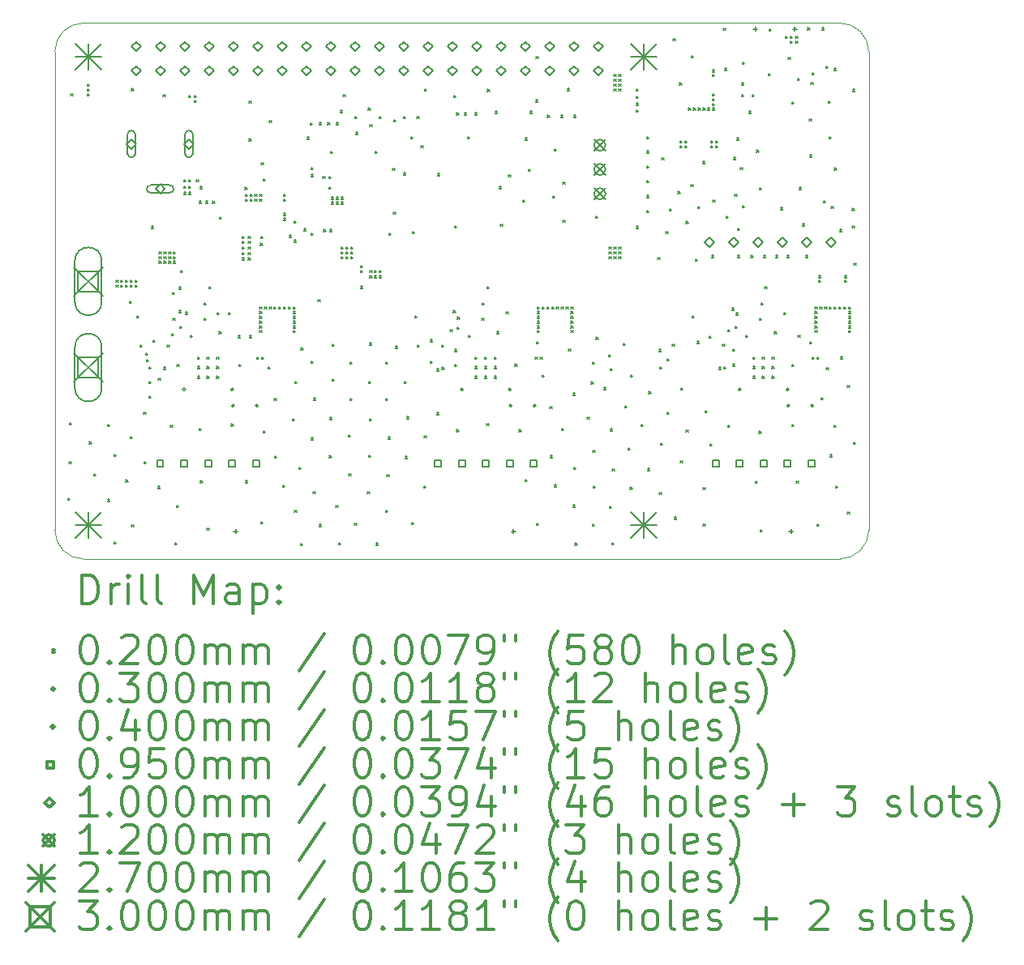
<source format=gbr>
%FSLAX45Y45*%
G04 Gerber Fmt 4.5, Leading zero omitted, Abs format (unit mm)*
G04 Created by KiCad (PCBNEW 5.1.12-84ad8e8a86~92~ubuntu20.04.1) date 2022-01-15 16:11:54*
%MOMM*%
%LPD*%
G01*
G04 APERTURE LIST*
%TA.AperFunction,Profile*%
%ADD10C,0.050000*%
%TD*%
%ADD11C,0.200000*%
%ADD12C,0.300000*%
G04 APERTURE END LIST*
D10*
X20500000Y-11300000D02*
G75*
G02*
X20200000Y-11600000I-300000J0D01*
G01*
X12300000Y-11600000D02*
G75*
G02*
X12000000Y-11300000I0J300000D01*
G01*
X12000000Y-6300000D02*
G75*
G02*
X12300000Y-6000000I300000J0D01*
G01*
X20200000Y-6000000D02*
G75*
G02*
X20500000Y-6300000I0J-300000D01*
G01*
X12000000Y-11300000D02*
X12000000Y-6300000D01*
X20200000Y-11600000D02*
X12300000Y-11600000D01*
X20500000Y-6300000D02*
X20500000Y-11300000D01*
X12300000Y-6000000D02*
X20200000Y-6000000D01*
D11*
X12138182Y-10964976D02*
X12158182Y-10984976D01*
X12158182Y-10964976D02*
X12138182Y-10984976D01*
X12149222Y-10582617D02*
X12169222Y-10602617D01*
X12169222Y-10582617D02*
X12149222Y-10602617D01*
X12151859Y-10177051D02*
X12171859Y-10197051D01*
X12171859Y-10177051D02*
X12151859Y-10197051D01*
X12167936Y-6740000D02*
X12187936Y-6760000D01*
X12187936Y-6740000D02*
X12167936Y-6760000D01*
X12340000Y-6640000D02*
X12360000Y-6660000D01*
X12360000Y-6640000D02*
X12340000Y-6660000D01*
X12340000Y-6690000D02*
X12360000Y-6710000D01*
X12360000Y-6690000D02*
X12340000Y-6710000D01*
X12340000Y-6740000D02*
X12360000Y-6760000D01*
X12360000Y-6740000D02*
X12340000Y-6760000D01*
X12360311Y-10376122D02*
X12380311Y-10396122D01*
X12380311Y-10376122D02*
X12360311Y-10396122D01*
X12408334Y-10713460D02*
X12428334Y-10733460D01*
X12428334Y-10713460D02*
X12408334Y-10733460D01*
X12550726Y-10977731D02*
X12570726Y-10997731D01*
X12570726Y-10977731D02*
X12550726Y-10997731D01*
X12552225Y-10195479D02*
X12572225Y-10215479D01*
X12572225Y-10195479D02*
X12552225Y-10215479D01*
X12618834Y-10508250D02*
X12638834Y-10528250D01*
X12638834Y-10508250D02*
X12618834Y-10528250D01*
X12619096Y-11422848D02*
X12639096Y-11442848D01*
X12639096Y-11422848D02*
X12619096Y-11442848D01*
X12640000Y-8690000D02*
X12660000Y-8710000D01*
X12660000Y-8690000D02*
X12640000Y-8710000D01*
X12640000Y-8740000D02*
X12660000Y-8760000D01*
X12660000Y-8740000D02*
X12640000Y-8760000D01*
X12690000Y-8690000D02*
X12710000Y-8710000D01*
X12710000Y-8690000D02*
X12690000Y-8710000D01*
X12690000Y-8740000D02*
X12710000Y-8760000D01*
X12710000Y-8740000D02*
X12690000Y-8760000D01*
X12740000Y-8690000D02*
X12760000Y-8710000D01*
X12760000Y-8690000D02*
X12740000Y-8710000D01*
X12740000Y-8740000D02*
X12760000Y-8760000D01*
X12760000Y-8740000D02*
X12740000Y-8760000D01*
X12742511Y-10775207D02*
X12762511Y-10795207D01*
X12762511Y-10775207D02*
X12742511Y-10795207D01*
X12779420Y-8908280D02*
X12799420Y-8928280D01*
X12799420Y-8908280D02*
X12779420Y-8928280D01*
X12788213Y-10321821D02*
X12808213Y-10341821D01*
X12808213Y-10321821D02*
X12788213Y-10341821D01*
X12790000Y-8690000D02*
X12810000Y-8710000D01*
X12810000Y-8690000D02*
X12790000Y-8710000D01*
X12790000Y-8740000D02*
X12810000Y-8760000D01*
X12810000Y-8740000D02*
X12790000Y-8760000D01*
X12800600Y-11244013D02*
X12820600Y-11264013D01*
X12820600Y-11244013D02*
X12800600Y-11264013D01*
X12803311Y-6686722D02*
X12823311Y-6706722D01*
X12823311Y-6686722D02*
X12803311Y-6706722D01*
X12840000Y-8690000D02*
X12860000Y-8710000D01*
X12860000Y-8690000D02*
X12840000Y-8710000D01*
X12840000Y-8740000D02*
X12860000Y-8760000D01*
X12860000Y-8740000D02*
X12840000Y-8760000D01*
X12859000Y-9057800D02*
X12879000Y-9077800D01*
X12879000Y-9057800D02*
X12859000Y-9077800D01*
X12888640Y-9365480D02*
X12908640Y-9385480D01*
X12908640Y-9365480D02*
X12888640Y-9385480D01*
X12927869Y-10067616D02*
X12947869Y-10087616D01*
X12947869Y-10067616D02*
X12927869Y-10087616D01*
X12931963Y-10584401D02*
X12951963Y-10604401D01*
X12951963Y-10584401D02*
X12931963Y-10604401D01*
X12952660Y-9448780D02*
X12972660Y-9468780D01*
X12972660Y-9448780D02*
X12952660Y-9468780D01*
X12960000Y-9520000D02*
X12980000Y-9540000D01*
X12980000Y-9520000D02*
X12960000Y-9540000D01*
X12985680Y-9593560D02*
X13005680Y-9613560D01*
X13005680Y-9593560D02*
X12985680Y-9613560D01*
X12985680Y-9748500D02*
X13005680Y-9768500D01*
X13005680Y-9748500D02*
X12985680Y-9768500D01*
X12985680Y-9898360D02*
X13005680Y-9918360D01*
X13005680Y-9898360D02*
X12985680Y-9918360D01*
X13008186Y-8125368D02*
X13028186Y-8145368D01*
X13028186Y-8125368D02*
X13008186Y-8145368D01*
X13023780Y-9313500D02*
X13043780Y-9333500D01*
X13043780Y-9313500D02*
X13023780Y-9333500D01*
X13077227Y-10841344D02*
X13097227Y-10861344D01*
X13097227Y-10841344D02*
X13077227Y-10861344D01*
X13082200Y-9712940D02*
X13102200Y-9732940D01*
X13102200Y-9712940D02*
X13082200Y-9732940D01*
X13090000Y-8390000D02*
X13110000Y-8410000D01*
X13110000Y-8390000D02*
X13090000Y-8410000D01*
X13090000Y-8440000D02*
X13110000Y-8460000D01*
X13110000Y-8440000D02*
X13090000Y-8460000D01*
X13090000Y-8490000D02*
X13110000Y-8510000D01*
X13110000Y-8490000D02*
X13090000Y-8510000D01*
X13131791Y-6749164D02*
X13151791Y-6769164D01*
X13151791Y-6749164D02*
X13131791Y-6769164D01*
X13135860Y-9596620D02*
X13155860Y-9616620D01*
X13155860Y-9596620D02*
X13135860Y-9616620D01*
X13140000Y-8390000D02*
X13160000Y-8410000D01*
X13160000Y-8390000D02*
X13140000Y-8410000D01*
X13140000Y-8440000D02*
X13160000Y-8460000D01*
X13160000Y-8440000D02*
X13140000Y-8460000D01*
X13140000Y-8490000D02*
X13160000Y-8510000D01*
X13160000Y-8490000D02*
X13140000Y-8510000D01*
X13176000Y-9366000D02*
X13196000Y-9386000D01*
X13196000Y-9366000D02*
X13176000Y-9386000D01*
X13190000Y-8390000D02*
X13210000Y-8410000D01*
X13210000Y-8390000D02*
X13190000Y-8410000D01*
X13190000Y-8440000D02*
X13210000Y-8460000D01*
X13210000Y-8440000D02*
X13190000Y-8460000D01*
X13190000Y-8490000D02*
X13210000Y-8510000D01*
X13210000Y-8490000D02*
X13190000Y-8510000D01*
X13209704Y-10204175D02*
X13229704Y-10224175D01*
X13229704Y-10204175D02*
X13209704Y-10224175D01*
X13221617Y-9245863D02*
X13241617Y-9265863D01*
X13241617Y-9245863D02*
X13221617Y-9265863D01*
X13229520Y-8813780D02*
X13249520Y-8833780D01*
X13249520Y-8813780D02*
X13229520Y-8833780D01*
X13234920Y-9083200D02*
X13254920Y-9103200D01*
X13254920Y-9083200D02*
X13234920Y-9103200D01*
X13240000Y-8390000D02*
X13260000Y-8410000D01*
X13260000Y-8390000D02*
X13240000Y-8410000D01*
X13240000Y-8440000D02*
X13260000Y-8460000D01*
X13260000Y-8440000D02*
X13240000Y-8460000D01*
X13240000Y-8490000D02*
X13260000Y-8510000D01*
X13260000Y-8490000D02*
X13240000Y-8510000D01*
X13257534Y-11433578D02*
X13277534Y-11453578D01*
X13277534Y-11433578D02*
X13257534Y-11453578D01*
X13271544Y-11042881D02*
X13291544Y-11062881D01*
X13291544Y-11042881D02*
X13271544Y-11062881D01*
X13276740Y-9565800D02*
X13296740Y-9585800D01*
X13296740Y-9565800D02*
X13276740Y-9585800D01*
X13299595Y-9006047D02*
X13319595Y-9026047D01*
X13319595Y-9006047D02*
X13299595Y-9026047D01*
X13299600Y-8760620D02*
X13319600Y-8780620D01*
X13319600Y-8760620D02*
X13299600Y-8780620D01*
X13304881Y-9170033D02*
X13324881Y-9190033D01*
X13324881Y-9170033D02*
X13304881Y-9190033D01*
X13313340Y-8587720D02*
X13333340Y-8607720D01*
X13333340Y-8587720D02*
X13313340Y-8607720D01*
X13350000Y-7640000D02*
X13370000Y-7660000D01*
X13370000Y-7640000D02*
X13350000Y-7660000D01*
X13350000Y-7705000D02*
X13370000Y-7725000D01*
X13370000Y-7705000D02*
X13350000Y-7725000D01*
X13350000Y-7770000D02*
X13370000Y-7790000D01*
X13370000Y-7770000D02*
X13350000Y-7790000D01*
X13362848Y-9021018D02*
X13382848Y-9041018D01*
X13382848Y-9021018D02*
X13362848Y-9041018D01*
X13398947Y-7640000D02*
X13418947Y-7660000D01*
X13418947Y-7640000D02*
X13398947Y-7660000D01*
X13400000Y-6760000D02*
X13420000Y-6780000D01*
X13420000Y-6760000D02*
X13400000Y-6780000D01*
X13400000Y-7705000D02*
X13420000Y-7725000D01*
X13420000Y-7705000D02*
X13400000Y-7725000D01*
X13400000Y-7770000D02*
X13420000Y-7790000D01*
X13420000Y-7770000D02*
X13400000Y-7790000D01*
X13417507Y-9261293D02*
X13437507Y-9281293D01*
X13437507Y-9261293D02*
X13417507Y-9281293D01*
X13460000Y-6760000D02*
X13480000Y-6780000D01*
X13480000Y-6760000D02*
X13460000Y-6780000D01*
X13460000Y-6810000D02*
X13480000Y-6830000D01*
X13480000Y-6810000D02*
X13460000Y-6830000D01*
X13480000Y-7640000D02*
X13500000Y-7660000D01*
X13500000Y-7640000D02*
X13480000Y-7660000D01*
X13490000Y-9490000D02*
X13510000Y-9510000D01*
X13510000Y-9490000D02*
X13490000Y-9510000D01*
X13490000Y-9590000D02*
X13510000Y-9610000D01*
X13510000Y-9590000D02*
X13490000Y-9610000D01*
X13490000Y-9690000D02*
X13510000Y-9710000D01*
X13510000Y-9690000D02*
X13490000Y-9710000D01*
X13507750Y-10239402D02*
X13527750Y-10259402D01*
X13527750Y-10239402D02*
X13507750Y-10259402D01*
X13510420Y-7860981D02*
X13530420Y-7880981D01*
X13530420Y-7860981D02*
X13510420Y-7880981D01*
X13520000Y-7710000D02*
X13540000Y-7730000D01*
X13540000Y-7710000D02*
X13520000Y-7730000D01*
X13522313Y-10784270D02*
X13542313Y-10804270D01*
X13542313Y-10784270D02*
X13522313Y-10804270D01*
X13560040Y-9083200D02*
X13580040Y-9103200D01*
X13580040Y-9083200D02*
X13560040Y-9103200D01*
X13562260Y-8925540D02*
X13582260Y-8945540D01*
X13582260Y-8925540D02*
X13562260Y-8945540D01*
X13576460Y-7860981D02*
X13596460Y-7880981D01*
X13596460Y-7860981D02*
X13576460Y-7880981D01*
X13590000Y-9490000D02*
X13610000Y-9510000D01*
X13610000Y-9490000D02*
X13590000Y-9510000D01*
X13590000Y-9590000D02*
X13610000Y-9610000D01*
X13610000Y-9590000D02*
X13590000Y-9610000D01*
X13590000Y-9690000D02*
X13610000Y-9710000D01*
X13610000Y-9690000D02*
X13590000Y-9710000D01*
X13590266Y-11278845D02*
X13610266Y-11298845D01*
X13610266Y-11278845D02*
X13590266Y-11298845D01*
X13613080Y-8755340D02*
X13633080Y-8775340D01*
X13633080Y-8755340D02*
X13613080Y-8775340D01*
X13649641Y-7860981D02*
X13669641Y-7880981D01*
X13669641Y-7860981D02*
X13649641Y-7880981D01*
X13690000Y-9490000D02*
X13710000Y-9510000D01*
X13710000Y-9490000D02*
X13690000Y-9510000D01*
X13690000Y-9590000D02*
X13710000Y-9610000D01*
X13710000Y-9590000D02*
X13690000Y-9610000D01*
X13690000Y-9690000D02*
X13710000Y-9710000D01*
X13710000Y-9690000D02*
X13690000Y-9710000D01*
X13696880Y-9025120D02*
X13716880Y-9045120D01*
X13716880Y-9025120D02*
X13696880Y-9045120D01*
X13716998Y-9225142D02*
X13736998Y-9245142D01*
X13736998Y-9225142D02*
X13716998Y-9245142D01*
X13721505Y-8028594D02*
X13741505Y-8048594D01*
X13741505Y-8028594D02*
X13721505Y-8048594D01*
X13813200Y-9025120D02*
X13833200Y-9045120D01*
X13833200Y-9025120D02*
X13813200Y-9045120D01*
X13842545Y-10191040D02*
X13862545Y-10211040D01*
X13862545Y-10191040D02*
X13842545Y-10211040D01*
X13916820Y-9268620D02*
X13936820Y-9288620D01*
X13936820Y-9268620D02*
X13916820Y-9288620D01*
X13921900Y-9565800D02*
X13941900Y-9585800D01*
X13941900Y-9565800D02*
X13921900Y-9585800D01*
X13960000Y-8228305D02*
X13980000Y-8248305D01*
X13980000Y-8228305D02*
X13960000Y-8248305D01*
X13960000Y-8280000D02*
X13980000Y-8300000D01*
X13980000Y-8280000D02*
X13960000Y-8300000D01*
X13960000Y-8341973D02*
X13980000Y-8361973D01*
X13980000Y-8341973D02*
X13960000Y-8361973D01*
X13960000Y-8400000D02*
X13980000Y-8420000D01*
X13980000Y-8400000D02*
X13960000Y-8420000D01*
X13960000Y-8455640D02*
X13980000Y-8475640D01*
X13980000Y-8455640D02*
X13960000Y-8475640D01*
X13987603Y-7719890D02*
X14007603Y-7739890D01*
X14007603Y-7719890D02*
X13987603Y-7739890D01*
X13989866Y-10782361D02*
X14009866Y-10802361D01*
X14009866Y-10782361D02*
X13989866Y-10802361D01*
X13990000Y-7790000D02*
X14010000Y-7810000D01*
X14010000Y-7790000D02*
X13990000Y-7810000D01*
X13990000Y-7840000D02*
X14010000Y-7860000D01*
X14010000Y-7840000D02*
X13990000Y-7860000D01*
X14020000Y-8228305D02*
X14040000Y-8248305D01*
X14040000Y-8228305D02*
X14020000Y-8248305D01*
X14020000Y-8280000D02*
X14040000Y-8300000D01*
X14040000Y-8280000D02*
X14020000Y-8300000D01*
X14020000Y-8341973D02*
X14040000Y-8361973D01*
X14040000Y-8341973D02*
X14020000Y-8361973D01*
X14020000Y-8400000D02*
X14040000Y-8420000D01*
X14040000Y-8400000D02*
X14020000Y-8420000D01*
X14020000Y-8455640D02*
X14040000Y-8475640D01*
X14040000Y-8455640D02*
X14020000Y-8475640D01*
X14028390Y-6817297D02*
X14048390Y-6837297D01*
X14048390Y-6817297D02*
X14028390Y-6837297D01*
X14030520Y-7209241D02*
X14050520Y-7229241D01*
X14050520Y-7209241D02*
X14030520Y-7229241D01*
X14036200Y-9268620D02*
X14056200Y-9288620D01*
X14056200Y-9268620D02*
X14036200Y-9288620D01*
X14040000Y-7790000D02*
X14060000Y-7810000D01*
X14060000Y-7790000D02*
X14040000Y-7810000D01*
X14040000Y-7840000D02*
X14060000Y-7860000D01*
X14060000Y-7840000D02*
X14040000Y-7860000D01*
X14090000Y-7790000D02*
X14110000Y-7810000D01*
X14110000Y-7790000D02*
X14090000Y-7810000D01*
X14090000Y-7840000D02*
X14110000Y-7860000D01*
X14110000Y-7840000D02*
X14090000Y-7860000D01*
X14109400Y-9494680D02*
X14129400Y-9514680D01*
X14129400Y-9494680D02*
X14109400Y-9514680D01*
X14140000Y-7790000D02*
X14160000Y-7810000D01*
X14160000Y-7790000D02*
X14140000Y-7810000D01*
X14140000Y-7840000D02*
X14160000Y-7860000D01*
X14160000Y-7840000D02*
X14140000Y-7860000D01*
X14140000Y-8965000D02*
X14160000Y-8985000D01*
X14160000Y-8965000D02*
X14140000Y-8985000D01*
X14140000Y-9015000D02*
X14160000Y-9035000D01*
X14160000Y-9015000D02*
X14140000Y-9035000D01*
X14140000Y-9065000D02*
X14160000Y-9085000D01*
X14160000Y-9065000D02*
X14140000Y-9085000D01*
X14140000Y-9115000D02*
X14160000Y-9135000D01*
X14160000Y-9115000D02*
X14140000Y-9135000D01*
X14140000Y-9165000D02*
X14160000Y-9185000D01*
X14160000Y-9165000D02*
X14140000Y-9185000D01*
X14140000Y-9215000D02*
X14160000Y-9235000D01*
X14160000Y-9215000D02*
X14140000Y-9235000D01*
X14149000Y-8303240D02*
X14169000Y-8323240D01*
X14169000Y-8303240D02*
X14149000Y-8323240D01*
X14151540Y-8228305D02*
X14171540Y-8248305D01*
X14171540Y-8228305D02*
X14151540Y-8248305D01*
X14155145Y-11213505D02*
X14175145Y-11233505D01*
X14175145Y-11213505D02*
X14155145Y-11233505D01*
X14157920Y-7460246D02*
X14177920Y-7480246D01*
X14177920Y-7460246D02*
X14157920Y-7480246D01*
X14159400Y-9494680D02*
X14179400Y-9514680D01*
X14179400Y-9494680D02*
X14159400Y-9514680D01*
X14175654Y-10262216D02*
X14195654Y-10282216D01*
X14195654Y-10262216D02*
X14175654Y-10282216D01*
X14180000Y-7630000D02*
X14200000Y-7650000D01*
X14200000Y-7630000D02*
X14180000Y-7650000D01*
X14190000Y-8965000D02*
X14210000Y-8985000D01*
X14210000Y-8965000D02*
X14190000Y-8985000D01*
X14228758Y-9591754D02*
X14248758Y-9611754D01*
X14248758Y-9591754D02*
X14228758Y-9611754D01*
X14240000Y-8965000D02*
X14260000Y-8985000D01*
X14260000Y-8965000D02*
X14240000Y-8985000D01*
X14242331Y-7018521D02*
X14262331Y-7038521D01*
X14262331Y-7018521D02*
X14242331Y-7038521D01*
X14290000Y-8965000D02*
X14310000Y-8985000D01*
X14310000Y-8965000D02*
X14290000Y-8985000D01*
X14291821Y-9921315D02*
X14311821Y-9941315D01*
X14311821Y-9921315D02*
X14291821Y-9941315D01*
X14294265Y-10523460D02*
X14314265Y-10543460D01*
X14314265Y-10523460D02*
X14294265Y-10543460D01*
X14340000Y-8965000D02*
X14360000Y-8985000D01*
X14360000Y-8965000D02*
X14340000Y-8985000D01*
X14378401Y-10832520D02*
X14398401Y-10852520D01*
X14398401Y-10832520D02*
X14378401Y-10852520D01*
X14390000Y-7790000D02*
X14410000Y-7810000D01*
X14410000Y-7790000D02*
X14390000Y-7810000D01*
X14390000Y-7840000D02*
X14410000Y-7860000D01*
X14410000Y-7840000D02*
X14390000Y-7860000D01*
X14390000Y-7990000D02*
X14410000Y-8010000D01*
X14410000Y-7990000D02*
X14390000Y-8010000D01*
X14390000Y-8040000D02*
X14410000Y-8060000D01*
X14410000Y-8040000D02*
X14390000Y-8060000D01*
X14390000Y-8965000D02*
X14410000Y-8985000D01*
X14410000Y-8965000D02*
X14390000Y-8985000D01*
X14440000Y-8965000D02*
X14460000Y-8985000D01*
X14460000Y-8965000D02*
X14440000Y-8985000D01*
X14446180Y-8217720D02*
X14466180Y-8237720D01*
X14466180Y-8217720D02*
X14446180Y-8237720D01*
X14484405Y-10138128D02*
X14504405Y-10158128D01*
X14504405Y-10138128D02*
X14484405Y-10158128D01*
X14490000Y-8965000D02*
X14510000Y-8985000D01*
X14510000Y-8965000D02*
X14490000Y-8985000D01*
X14490000Y-9015000D02*
X14510000Y-9035000D01*
X14510000Y-9015000D02*
X14490000Y-9035000D01*
X14490000Y-9065000D02*
X14510000Y-9085000D01*
X14510000Y-9065000D02*
X14490000Y-9085000D01*
X14490000Y-9115000D02*
X14510000Y-9135000D01*
X14510000Y-9115000D02*
X14490000Y-9135000D01*
X14490000Y-9165000D02*
X14510000Y-9185000D01*
X14510000Y-9165000D02*
X14490000Y-9185000D01*
X14490000Y-9215000D02*
X14510000Y-9235000D01*
X14510000Y-9215000D02*
X14490000Y-9235000D01*
X14499520Y-8270220D02*
X14519520Y-8290220D01*
X14519520Y-8270220D02*
X14499520Y-8290220D01*
X14501020Y-8072280D02*
X14521020Y-8092280D01*
X14521020Y-8072280D02*
X14501020Y-8092280D01*
X14502831Y-11094620D02*
X14522831Y-11114620D01*
X14522831Y-11094620D02*
X14502831Y-11114620D01*
X14507777Y-9745061D02*
X14527777Y-9765061D01*
X14527777Y-9745061D02*
X14507777Y-9765061D01*
X14552118Y-10643955D02*
X14572118Y-10663955D01*
X14572118Y-10643955D02*
X14552118Y-10663955D01*
X14569164Y-11439579D02*
X14589164Y-11459579D01*
X14589164Y-11439579D02*
X14569164Y-11459579D01*
X14570120Y-9393420D02*
X14590120Y-9413420D01*
X14590120Y-9393420D02*
X14570120Y-9413420D01*
X14603660Y-8150840D02*
X14623660Y-8170840D01*
X14623660Y-8150840D02*
X14603660Y-8170840D01*
X14632406Y-7193408D02*
X14652406Y-7213408D01*
X14652406Y-7193408D02*
X14632406Y-7213408D01*
X14669180Y-7043920D02*
X14689180Y-7063920D01*
X14689180Y-7043920D02*
X14669180Y-7063920D01*
X14676016Y-10333686D02*
X14696016Y-10353686D01*
X14696016Y-10333686D02*
X14676016Y-10353686D01*
X14677320Y-7511211D02*
X14697320Y-7531211D01*
X14697320Y-7511211D02*
X14677320Y-7531211D01*
X14677320Y-7581880D02*
X14697320Y-7601880D01*
X14697320Y-7581880D02*
X14677320Y-7601880D01*
X14679552Y-9532576D02*
X14699552Y-9552576D01*
X14699552Y-9532576D02*
X14679552Y-9552576D01*
X14679860Y-8197580D02*
X14699860Y-8217580D01*
X14699860Y-8197580D02*
X14679860Y-8217580D01*
X14697157Y-10897406D02*
X14717157Y-10917406D01*
X14717157Y-10897406D02*
X14697157Y-10917406D01*
X14703483Y-9918612D02*
X14723483Y-9938612D01*
X14723483Y-9918612D02*
X14703483Y-9938612D01*
X14750000Y-8890000D02*
X14770000Y-8910000D01*
X14770000Y-8890000D02*
X14750000Y-8910000D01*
X14759494Y-11241678D02*
X14779494Y-11261678D01*
X14779494Y-11241678D02*
X14759494Y-11261678D01*
X14760000Y-7040000D02*
X14780000Y-7060000D01*
X14780000Y-7040000D02*
X14760000Y-7060000D01*
X14800000Y-7602200D02*
X14820000Y-7622200D01*
X14820000Y-7602200D02*
X14800000Y-7622200D01*
X14810030Y-8160000D02*
X14830030Y-8180000D01*
X14830030Y-8160000D02*
X14810030Y-8180000D01*
X14850001Y-7040000D02*
X14870001Y-7060000D01*
X14870001Y-7040000D02*
X14850001Y-7060000D01*
X14862740Y-7602200D02*
X14882740Y-7622200D01*
X14882740Y-7602200D02*
X14862740Y-7622200D01*
X14862740Y-7713960D02*
X14882740Y-7733960D01*
X14882740Y-7713960D02*
X14862740Y-7733960D01*
X14868665Y-10520019D02*
X14888665Y-10540019D01*
X14888665Y-10520019D02*
X14868665Y-10540019D01*
X14870000Y-8160000D02*
X14890000Y-8180000D01*
X14890000Y-8160000D02*
X14870000Y-8180000D01*
X14873832Y-10122406D02*
X14893832Y-10142406D01*
X14893832Y-10122406D02*
X14873832Y-10142406D01*
X14879802Y-7341076D02*
X14899802Y-7361076D01*
X14899802Y-7341076D02*
X14879802Y-7361076D01*
X14890000Y-7820000D02*
X14910000Y-7840000D01*
X14910000Y-7820000D02*
X14890000Y-7840000D01*
X14890000Y-7870000D02*
X14910000Y-7890000D01*
X14910000Y-7870000D02*
X14890000Y-7890000D01*
X14897112Y-9722788D02*
X14917112Y-9742788D01*
X14917112Y-9722788D02*
X14897112Y-9742788D01*
X14898252Y-9354329D02*
X14918252Y-9374329D01*
X14918252Y-9354329D02*
X14898252Y-9374329D01*
X14934617Y-11039631D02*
X14954617Y-11059631D01*
X14954617Y-11039631D02*
X14934617Y-11059631D01*
X14940000Y-7040000D02*
X14960000Y-7060000D01*
X14960000Y-7040000D02*
X14940000Y-7060000D01*
X14940000Y-7820000D02*
X14960000Y-7840000D01*
X14960000Y-7820000D02*
X14940000Y-7840000D01*
X14940000Y-7870000D02*
X14960000Y-7890000D01*
X14960000Y-7870000D02*
X14940000Y-7890000D01*
X14962964Y-11430649D02*
X14982964Y-11450649D01*
X14982964Y-11430649D02*
X14962964Y-11450649D01*
X14981600Y-6914380D02*
X15001600Y-6934380D01*
X15001600Y-6914380D02*
X14981600Y-6934380D01*
X14990000Y-7820000D02*
X15010000Y-7840000D01*
X15010000Y-7820000D02*
X14990000Y-7840000D01*
X14990000Y-7870000D02*
X15010000Y-7890000D01*
X15010000Y-7870000D02*
X14990000Y-7890000D01*
X14990000Y-8340000D02*
X15010000Y-8360000D01*
X15010000Y-8340000D02*
X14990000Y-8360000D01*
X14990000Y-8390000D02*
X15010000Y-8410000D01*
X15010000Y-8390000D02*
X14990000Y-8410000D01*
X14990000Y-8440000D02*
X15010000Y-8460000D01*
X15010000Y-8440000D02*
X14990000Y-8460000D01*
X15011814Y-6749334D02*
X15031814Y-6769334D01*
X15031814Y-6749334D02*
X15011814Y-6769334D01*
X15040000Y-8340000D02*
X15060000Y-8360000D01*
X15060000Y-8340000D02*
X15040000Y-8360000D01*
X15040000Y-8390000D02*
X15060000Y-8410000D01*
X15060000Y-8390000D02*
X15040000Y-8410000D01*
X15040000Y-8440000D02*
X15060000Y-8460000D01*
X15060000Y-8440000D02*
X15040000Y-8460000D01*
X15065326Y-10306071D02*
X15085326Y-10326071D01*
X15085326Y-10306071D02*
X15065326Y-10326071D01*
X15071041Y-10710105D02*
X15091041Y-10730105D01*
X15091041Y-10710105D02*
X15071041Y-10730105D01*
X15081194Y-9925135D02*
X15101194Y-9945135D01*
X15101194Y-9925135D02*
X15081194Y-9945135D01*
X15082453Y-9541588D02*
X15102453Y-9561588D01*
X15102453Y-9541588D02*
X15082453Y-9561588D01*
X15090000Y-8340000D02*
X15110000Y-8360000D01*
X15110000Y-8340000D02*
X15090000Y-8360000D01*
X15090000Y-8390000D02*
X15110000Y-8410000D01*
X15110000Y-8390000D02*
X15090000Y-8410000D01*
X15090000Y-8440000D02*
X15110000Y-8460000D01*
X15110000Y-8440000D02*
X15090000Y-8460000D01*
X15131205Y-11226484D02*
X15151205Y-11246484D01*
X15151205Y-11226484D02*
X15131205Y-11246484D01*
X15133480Y-6980080D02*
X15153480Y-7000080D01*
X15153480Y-6980080D02*
X15133480Y-7000080D01*
X15144196Y-7142063D02*
X15164196Y-7162063D01*
X15164196Y-7142063D02*
X15144196Y-7162063D01*
X15192100Y-8537900D02*
X15212100Y-8557900D01*
X15212100Y-8537900D02*
X15192100Y-8557900D01*
X15192100Y-8587900D02*
X15212100Y-8607900D01*
X15212100Y-8587900D02*
X15192100Y-8607900D01*
X15192100Y-8750280D02*
X15212100Y-8770280D01*
X15212100Y-8750280D02*
X15192100Y-8770280D01*
X15265594Y-10899766D02*
X15285594Y-10919766D01*
X15285594Y-10899766D02*
X15265594Y-10919766D01*
X15273151Y-6890106D02*
X15293151Y-6910106D01*
X15293151Y-6890106D02*
X15273151Y-6910106D01*
X15277195Y-10518377D02*
X15297195Y-10538377D01*
X15297195Y-10518377D02*
X15277195Y-10538377D01*
X15280004Y-9748494D02*
X15300004Y-9768494D01*
X15300004Y-9748494D02*
X15280004Y-9768494D01*
X15285046Y-9344108D02*
X15305046Y-9364108D01*
X15305046Y-9344108D02*
X15285046Y-9364108D01*
X15285960Y-10136384D02*
X15305960Y-10156384D01*
X15305960Y-10136384D02*
X15285960Y-10156384D01*
X15290000Y-8587900D02*
X15310000Y-8607900D01*
X15310000Y-8587900D02*
X15290000Y-8607900D01*
X15290093Y-7059907D02*
X15310093Y-7079907D01*
X15310093Y-7059907D02*
X15290093Y-7079907D01*
X15292000Y-8640000D02*
X15312000Y-8660000D01*
X15312000Y-8640000D02*
X15292000Y-8660000D01*
X15340000Y-8587900D02*
X15360000Y-8607900D01*
X15360000Y-8587900D02*
X15340000Y-8607900D01*
X15340000Y-8640000D02*
X15360000Y-8660000D01*
X15360000Y-8640000D02*
X15340000Y-8660000D01*
X15343753Y-7342584D02*
X15363753Y-7362584D01*
X15363753Y-7342584D02*
X15343753Y-7362584D01*
X15355211Y-11435484D02*
X15375211Y-11455484D01*
X15375211Y-11435484D02*
X15355211Y-11455484D01*
X15387480Y-6980080D02*
X15407480Y-7000080D01*
X15407480Y-6980080D02*
X15387480Y-7000080D01*
X15390000Y-8587900D02*
X15410000Y-8607900D01*
X15410000Y-8587900D02*
X15390000Y-8607900D01*
X15390000Y-8640000D02*
X15410000Y-8660000D01*
X15410000Y-8640000D02*
X15390000Y-8660000D01*
X15456685Y-9543404D02*
X15476685Y-9563404D01*
X15476685Y-9543404D02*
X15456685Y-9563404D01*
X15456875Y-11091108D02*
X15476875Y-11111108D01*
X15476875Y-11091108D02*
X15456875Y-11111108D01*
X15458300Y-9922971D02*
X15478300Y-9942971D01*
X15478300Y-9922971D02*
X15458300Y-9942971D01*
X15469181Y-10719684D02*
X15489181Y-10739684D01*
X15489181Y-10719684D02*
X15469181Y-10739684D01*
X15479880Y-10327109D02*
X15499880Y-10347109D01*
X15499880Y-10327109D02*
X15479880Y-10347109D01*
X15487520Y-8196520D02*
X15507520Y-8216520D01*
X15507520Y-8196520D02*
X15487520Y-8216520D01*
X15528185Y-7517834D02*
X15548185Y-7537834D01*
X15548185Y-7517834D02*
X15528185Y-7537834D01*
X15537052Y-7978853D02*
X15557052Y-7998853D01*
X15557052Y-7978853D02*
X15537052Y-7998853D01*
X15543521Y-7009546D02*
X15563521Y-7029546D01*
X15563521Y-7009546D02*
X15543521Y-7029546D01*
X15560200Y-9377840D02*
X15580200Y-9397840D01*
X15580200Y-9377840D02*
X15560200Y-9397840D01*
X15641480Y-6980080D02*
X15661480Y-7000080D01*
X15661480Y-6980080D02*
X15641480Y-7000080D01*
X15642000Y-7567160D02*
X15662000Y-7587160D01*
X15662000Y-7567160D02*
X15642000Y-7587160D01*
X15649028Y-9748679D02*
X15669028Y-9768679D01*
X15669028Y-9748679D02*
X15649028Y-9768679D01*
X15661517Y-10530152D02*
X15681517Y-10550152D01*
X15681517Y-10530152D02*
X15661517Y-10550152D01*
X15678190Y-10115291D02*
X15698190Y-10135291D01*
X15698190Y-10115291D02*
X15678190Y-10135291D01*
X15718660Y-7190680D02*
X15738660Y-7210680D01*
X15738660Y-7190680D02*
X15718660Y-7210680D01*
X15727906Y-11217690D02*
X15747906Y-11237690D01*
X15747906Y-11217690D02*
X15727906Y-11237690D01*
X15737580Y-8180244D02*
X15757580Y-8200244D01*
X15757580Y-8180244D02*
X15737580Y-8200244D01*
X15759000Y-9057800D02*
X15779000Y-9077800D01*
X15779000Y-9057800D02*
X15759000Y-9077800D01*
X15780914Y-6980080D02*
X15800914Y-7000080D01*
X15800914Y-6980080D02*
X15780914Y-7000080D01*
X15787300Y-9363780D02*
X15807300Y-9383780D01*
X15807300Y-9363780D02*
X15787300Y-9383780D01*
X15824880Y-7282680D02*
X15844880Y-7302680D01*
X15844880Y-7282680D02*
X15824880Y-7302680D01*
X15853506Y-10840102D02*
X15873506Y-10860102D01*
X15873506Y-10840102D02*
X15853506Y-10860102D01*
X15857642Y-10315587D02*
X15877642Y-10335587D01*
X15877642Y-10315587D02*
X15857642Y-10335587D01*
X15860850Y-6691658D02*
X15880850Y-6711658D01*
X15880850Y-6691658D02*
X15860850Y-6711658D01*
X15924460Y-9311280D02*
X15944460Y-9331280D01*
X15944460Y-9311280D02*
X15924460Y-9331280D01*
X15924460Y-9532600D02*
X15944460Y-9552600D01*
X15944460Y-9532600D02*
X15924460Y-9552600D01*
X15987100Y-10072237D02*
X16007100Y-10092237D01*
X16007100Y-10072237D02*
X15987100Y-10092237D01*
X15987960Y-9613880D02*
X16007960Y-9633880D01*
X16007960Y-9613880D02*
X15987960Y-9633880D01*
X16000412Y-7575378D02*
X16020412Y-7595378D01*
X16020412Y-7575378D02*
X16000412Y-7595378D01*
X16040780Y-9363780D02*
X16060780Y-9383780D01*
X16060780Y-9363780D02*
X16040780Y-9383780D01*
X16045860Y-9596620D02*
X16065860Y-9616620D01*
X16065860Y-9596620D02*
X16045860Y-9616620D01*
X16130200Y-9202400D02*
X16150200Y-9222400D01*
X16150200Y-9202400D02*
X16130200Y-9222400D01*
X16162700Y-9006047D02*
X16182700Y-9026047D01*
X16182700Y-9006047D02*
X16162700Y-9026047D01*
X16168190Y-6758253D02*
X16188190Y-6778253D01*
X16188190Y-6758253D02*
X16168190Y-6778253D01*
X16174853Y-8120439D02*
X16194853Y-8140439D01*
X16194853Y-8120439D02*
X16174853Y-8140439D01*
X16177940Y-9411200D02*
X16197940Y-9431200D01*
X16197940Y-9411200D02*
X16177940Y-9431200D01*
X16177940Y-9566140D02*
X16197940Y-9586140D01*
X16197940Y-9566140D02*
X16177940Y-9586140D01*
X16196180Y-6939220D02*
X16216180Y-6959220D01*
X16216180Y-6939220D02*
X16196180Y-6959220D01*
X16196497Y-10251346D02*
X16216497Y-10271346D01*
X16216497Y-10251346D02*
X16196497Y-10271346D01*
X16203940Y-9178701D02*
X16223940Y-9198701D01*
X16223940Y-9178701D02*
X16203940Y-9198701D01*
X16205181Y-9073700D02*
X16225181Y-9093700D01*
X16225181Y-9073700D02*
X16205181Y-9093700D01*
X16280000Y-6939220D02*
X16300000Y-6959220D01*
X16300000Y-6939220D02*
X16280000Y-6959220D01*
X16312560Y-7189600D02*
X16332560Y-7209600D01*
X16332560Y-7189600D02*
X16312560Y-7209600D01*
X16317507Y-9261293D02*
X16337507Y-9281293D01*
X16337507Y-9261293D02*
X16317507Y-9281293D01*
X16386680Y-6939220D02*
X16406680Y-6959220D01*
X16406680Y-6939220D02*
X16386680Y-6959220D01*
X16390000Y-9490000D02*
X16410000Y-9510000D01*
X16410000Y-9490000D02*
X16390000Y-9510000D01*
X16390000Y-9590000D02*
X16410000Y-9610000D01*
X16410000Y-9590000D02*
X16390000Y-9610000D01*
X16390000Y-9690000D02*
X16410000Y-9710000D01*
X16410000Y-9690000D02*
X16390000Y-9710000D01*
X16460040Y-9083200D02*
X16480040Y-9103200D01*
X16480040Y-9083200D02*
X16460040Y-9103200D01*
X16462940Y-8925540D02*
X16482940Y-8945540D01*
X16482940Y-8925540D02*
X16462940Y-8945540D01*
X16490000Y-9490000D02*
X16510000Y-9510000D01*
X16510000Y-9490000D02*
X16490000Y-9510000D01*
X16490000Y-9590000D02*
X16510000Y-9610000D01*
X16510000Y-9590000D02*
X16490000Y-9610000D01*
X16490000Y-9690000D02*
X16510000Y-9710000D01*
X16510000Y-9690000D02*
X16490000Y-9710000D01*
X16510673Y-10185957D02*
X16530673Y-10205957D01*
X16530673Y-10185957D02*
X16510673Y-10205957D01*
X16513220Y-8753340D02*
X16533220Y-8773340D01*
X16533220Y-8753340D02*
X16513220Y-8773340D01*
X16519911Y-6695167D02*
X16539911Y-6715167D01*
X16539911Y-6695167D02*
X16519911Y-6715167D01*
X16590000Y-9490000D02*
X16610000Y-9510000D01*
X16610000Y-9490000D02*
X16590000Y-9510000D01*
X16590000Y-9590000D02*
X16610000Y-9610000D01*
X16610000Y-9590000D02*
X16590000Y-9610000D01*
X16590000Y-9690000D02*
X16610000Y-9710000D01*
X16610000Y-9690000D02*
X16590000Y-9710000D01*
X16597040Y-6922000D02*
X16617040Y-6942000D01*
X16617040Y-6922000D02*
X16597040Y-6942000D01*
X16616998Y-9225142D02*
X16636998Y-9245142D01*
X16636998Y-9225142D02*
X16616998Y-9245142D01*
X16643354Y-7709689D02*
X16663354Y-7729689D01*
X16663354Y-7709689D02*
X16643354Y-7729689D01*
X16653154Y-8104252D02*
X16673154Y-8124252D01*
X16673154Y-8104252D02*
X16653154Y-8124252D01*
X16713360Y-9019700D02*
X16733360Y-9039700D01*
X16733360Y-9019700D02*
X16713360Y-9039700D01*
X16739740Y-7589460D02*
X16759740Y-7609460D01*
X16759740Y-7589460D02*
X16739740Y-7609460D01*
X16807340Y-9563260D02*
X16827340Y-9583260D01*
X16827340Y-9563260D02*
X16807340Y-9583260D01*
X16847982Y-10250295D02*
X16867982Y-10270295D01*
X16867982Y-10250295D02*
X16847982Y-10270295D01*
X16888953Y-7850788D02*
X16908953Y-7870788D01*
X16908953Y-7850788D02*
X16888953Y-7870788D01*
X16912898Y-7201418D02*
X16932898Y-7221418D01*
X16932898Y-7201418D02*
X16912898Y-7221418D01*
X16913853Y-10770262D02*
X16933853Y-10790262D01*
X16933853Y-10770262D02*
X16913853Y-10790262D01*
X16948728Y-7526326D02*
X16968728Y-7546326D01*
X16968728Y-7526326D02*
X16948728Y-7546326D01*
X16962800Y-6922000D02*
X16982800Y-6942000D01*
X16982800Y-6922000D02*
X16962800Y-6942000D01*
X17019400Y-9494680D02*
X17039400Y-9514680D01*
X17039400Y-9494680D02*
X17019400Y-9514680D01*
X17025294Y-6802864D02*
X17045294Y-6822864D01*
X17045294Y-6802864D02*
X17025294Y-6822864D01*
X17027486Y-6352528D02*
X17047486Y-6372528D01*
X17047486Y-6352528D02*
X17027486Y-6372528D01*
X17032089Y-9332654D02*
X17052089Y-9352654D01*
X17052089Y-9332654D02*
X17032089Y-9352654D01*
X17032646Y-11228037D02*
X17052646Y-11248037D01*
X17052646Y-11228037D02*
X17032646Y-11248037D01*
X17040000Y-8965000D02*
X17060000Y-8985000D01*
X17060000Y-8965000D02*
X17040000Y-8985000D01*
X17040000Y-9015000D02*
X17060000Y-9035000D01*
X17060000Y-9015000D02*
X17040000Y-9035000D01*
X17040000Y-9065000D02*
X17060000Y-9085000D01*
X17060000Y-9065000D02*
X17040000Y-9085000D01*
X17040000Y-9115000D02*
X17060000Y-9135000D01*
X17060000Y-9115000D02*
X17040000Y-9135000D01*
X17040000Y-9165000D02*
X17060000Y-9185000D01*
X17060000Y-9165000D02*
X17040000Y-9185000D01*
X17040000Y-9215000D02*
X17060000Y-9235000D01*
X17060000Y-9215000D02*
X17040000Y-9235000D01*
X17069400Y-9494680D02*
X17089400Y-9514680D01*
X17089400Y-9494680D02*
X17069400Y-9514680D01*
X17090000Y-8965000D02*
X17110000Y-8985000D01*
X17110000Y-8965000D02*
X17090000Y-8985000D01*
X17090791Y-9680972D02*
X17110791Y-9700972D01*
X17110791Y-9680972D02*
X17090791Y-9700972D01*
X17140000Y-8965000D02*
X17160000Y-8985000D01*
X17160000Y-8965000D02*
X17140000Y-8985000D01*
X17145680Y-6963480D02*
X17165680Y-6983480D01*
X17165680Y-6963480D02*
X17145680Y-6983480D01*
X17171999Y-10009012D02*
X17191999Y-10029012D01*
X17191999Y-10009012D02*
X17171999Y-10029012D01*
X17173101Y-10520798D02*
X17193101Y-10540798D01*
X17193101Y-10520798D02*
X17173101Y-10540798D01*
X17190000Y-8965000D02*
X17210000Y-8985000D01*
X17210000Y-8965000D02*
X17190000Y-8985000D01*
X17202020Y-7805360D02*
X17222020Y-7825360D01*
X17222020Y-7805360D02*
X17202020Y-7825360D01*
X17217312Y-10824589D02*
X17237312Y-10844589D01*
X17237312Y-10824589D02*
X17217312Y-10844589D01*
X17219857Y-7318329D02*
X17239857Y-7338329D01*
X17239857Y-7318329D02*
X17219857Y-7338329D01*
X17240000Y-8965000D02*
X17260000Y-8985000D01*
X17260000Y-8965000D02*
X17240000Y-8985000D01*
X17285380Y-6963480D02*
X17305380Y-6983480D01*
X17305380Y-6963480D02*
X17285380Y-6983480D01*
X17290000Y-8965000D02*
X17310000Y-8985000D01*
X17310000Y-8965000D02*
X17290000Y-8985000D01*
X17292659Y-10239086D02*
X17312659Y-10259086D01*
X17312659Y-10239086D02*
X17292659Y-10259086D01*
X17305137Y-8060418D02*
X17325137Y-8080418D01*
X17325137Y-8060418D02*
X17305137Y-8080418D01*
X17305208Y-7664928D02*
X17325208Y-7684928D01*
X17325208Y-7664928D02*
X17305208Y-7684928D01*
X17340000Y-8965000D02*
X17360000Y-8985000D01*
X17360000Y-8965000D02*
X17340000Y-8985000D01*
X17355362Y-6683998D02*
X17375362Y-6703998D01*
X17375362Y-6683998D02*
X17355362Y-6703998D01*
X17366577Y-9409840D02*
X17386577Y-9429840D01*
X17386577Y-9409840D02*
X17366577Y-9429840D01*
X17390000Y-8965000D02*
X17410000Y-8985000D01*
X17410000Y-8965000D02*
X17390000Y-8985000D01*
X17390000Y-9015000D02*
X17410000Y-9035000D01*
X17410000Y-9015000D02*
X17390000Y-9035000D01*
X17390000Y-9065000D02*
X17410000Y-9085000D01*
X17410000Y-9065000D02*
X17390000Y-9085000D01*
X17390000Y-9115000D02*
X17410000Y-9135000D01*
X17410000Y-9115000D02*
X17390000Y-9135000D01*
X17390000Y-9165000D02*
X17410000Y-9185000D01*
X17410000Y-9165000D02*
X17390000Y-9185000D01*
X17390000Y-9215000D02*
X17410000Y-9235000D01*
X17410000Y-9215000D02*
X17390000Y-9235000D01*
X17410430Y-11038368D02*
X17430430Y-11058368D01*
X17430430Y-11038368D02*
X17410430Y-11058368D01*
X17411927Y-9869822D02*
X17431927Y-9889822D01*
X17431927Y-9869822D02*
X17411927Y-9889822D01*
X17418063Y-10646084D02*
X17438063Y-10666084D01*
X17438063Y-10646084D02*
X17418063Y-10666084D01*
X17420000Y-6963480D02*
X17440000Y-6983480D01*
X17440000Y-6963480D02*
X17420000Y-6983480D01*
X17431822Y-11433847D02*
X17451822Y-11453847D01*
X17451822Y-11433847D02*
X17431822Y-11453847D01*
X17559364Y-10121028D02*
X17579364Y-10141028D01*
X17579364Y-10121028D02*
X17559364Y-10141028D01*
X17602360Y-9751220D02*
X17622360Y-9771220D01*
X17622360Y-9751220D02*
X17602360Y-9771220D01*
X17613883Y-11237831D02*
X17633883Y-11257831D01*
X17633883Y-11237831D02*
X17613883Y-11257831D01*
X17614103Y-9543874D02*
X17634103Y-9563874D01*
X17634103Y-9543874D02*
X17614103Y-9563874D01*
X17618629Y-10463998D02*
X17638629Y-10483998D01*
X17638629Y-10463998D02*
X17618629Y-10483998D01*
X17623260Y-10838303D02*
X17643260Y-10858303D01*
X17643260Y-10838303D02*
X17623260Y-10858303D01*
X17651140Y-8016740D02*
X17671140Y-8036740D01*
X17671140Y-8016740D02*
X17651140Y-8036740D01*
X17653160Y-9283860D02*
X17673160Y-9303860D01*
X17673160Y-9283860D02*
X17653160Y-9303860D01*
X17732882Y-9808321D02*
X17752882Y-9828321D01*
X17752882Y-9808321D02*
X17732882Y-9828321D01*
X17782700Y-9466201D02*
X17802700Y-9486201D01*
X17802700Y-9466201D02*
X17782700Y-9486201D01*
X17790000Y-8340000D02*
X17810000Y-8360000D01*
X17810000Y-8340000D02*
X17790000Y-8360000D01*
X17790000Y-8390000D02*
X17810000Y-8410000D01*
X17810000Y-8390000D02*
X17790000Y-8410000D01*
X17790000Y-8440000D02*
X17810000Y-8460000D01*
X17810000Y-8440000D02*
X17790000Y-8460000D01*
X17793871Y-11049516D02*
X17813871Y-11069516D01*
X17813871Y-11049516D02*
X17793871Y-11069516D01*
X17801322Y-9608800D02*
X17821322Y-9628800D01*
X17821322Y-9608800D02*
X17801322Y-9628800D01*
X17803817Y-10240677D02*
X17823817Y-10260677D01*
X17823817Y-10240677D02*
X17803817Y-10260677D01*
X17820222Y-11430999D02*
X17840222Y-11450999D01*
X17840222Y-11430999D02*
X17820222Y-11450999D01*
X17824025Y-10659697D02*
X17844025Y-10679697D01*
X17844025Y-10659697D02*
X17824025Y-10679697D01*
X17840000Y-6540000D02*
X17860000Y-6560000D01*
X17860000Y-6540000D02*
X17840000Y-6560000D01*
X17840000Y-6590000D02*
X17860000Y-6610000D01*
X17860000Y-6590000D02*
X17840000Y-6610000D01*
X17840000Y-6640000D02*
X17860000Y-6660000D01*
X17860000Y-6640000D02*
X17840000Y-6660000D01*
X17840000Y-6690000D02*
X17860000Y-6710000D01*
X17860000Y-6690000D02*
X17840000Y-6710000D01*
X17840000Y-8340000D02*
X17860000Y-8360000D01*
X17860000Y-8340000D02*
X17840000Y-8360000D01*
X17840000Y-8390000D02*
X17860000Y-8410000D01*
X17860000Y-8390000D02*
X17840000Y-8410000D01*
X17840000Y-8440000D02*
X17860000Y-8460000D01*
X17860000Y-8440000D02*
X17840000Y-8460000D01*
X17890000Y-6540000D02*
X17910000Y-6560000D01*
X17910000Y-6540000D02*
X17890000Y-6560000D01*
X17890000Y-6590000D02*
X17910000Y-6610000D01*
X17910000Y-6590000D02*
X17890000Y-6610000D01*
X17890000Y-6640000D02*
X17910000Y-6660000D01*
X17910000Y-6640000D02*
X17890000Y-6660000D01*
X17890000Y-6690000D02*
X17910000Y-6710000D01*
X17910000Y-6690000D02*
X17890000Y-6710000D01*
X17890000Y-8340000D02*
X17910000Y-8360000D01*
X17910000Y-8340000D02*
X17890000Y-8360000D01*
X17890000Y-8390000D02*
X17910000Y-8410000D01*
X17910000Y-8390000D02*
X17890000Y-8410000D01*
X17890000Y-8440000D02*
X17910000Y-8460000D01*
X17910000Y-8440000D02*
X17890000Y-8460000D01*
X17939511Y-9346093D02*
X17959511Y-9366093D01*
X17959511Y-9346093D02*
X17939511Y-9366093D01*
X17951944Y-10001975D02*
X17971944Y-10021975D01*
X17971944Y-10001975D02*
X17951944Y-10021975D01*
X17990553Y-10442912D02*
X18010553Y-10462912D01*
X18010553Y-10442912D02*
X17990553Y-10462912D01*
X18010060Y-10851032D02*
X18030060Y-10871032D01*
X18030060Y-10851032D02*
X18010060Y-10871032D01*
X18011995Y-9677178D02*
X18031995Y-9697178D01*
X18031995Y-9677178D02*
X18011995Y-9697178D01*
X18070000Y-6690000D02*
X18090000Y-6710000D01*
X18090000Y-6690000D02*
X18070000Y-6710000D01*
X18070000Y-6763333D02*
X18090000Y-6783333D01*
X18090000Y-6763333D02*
X18070000Y-6783333D01*
X18070000Y-6836667D02*
X18090000Y-6856667D01*
X18090000Y-6836667D02*
X18070000Y-6856667D01*
X18070000Y-6910000D02*
X18090000Y-6930000D01*
X18090000Y-6910000D02*
X18070000Y-6930000D01*
X18071294Y-8124863D02*
X18091294Y-8144863D01*
X18091294Y-8124863D02*
X18071294Y-8144863D01*
X18124413Y-10194738D02*
X18144413Y-10214738D01*
X18144413Y-10194738D02*
X18124413Y-10214738D01*
X18180000Y-7190000D02*
X18200000Y-7210000D01*
X18200000Y-7190000D02*
X18180000Y-7210000D01*
X18180000Y-7336000D02*
X18200000Y-7356000D01*
X18200000Y-7336000D02*
X18180000Y-7356000D01*
X18180000Y-7492000D02*
X18200000Y-7512000D01*
X18200000Y-7492000D02*
X18180000Y-7512000D01*
X18180000Y-7648000D02*
X18200000Y-7668000D01*
X18200000Y-7648000D02*
X18180000Y-7668000D01*
X18180000Y-7804000D02*
X18200000Y-7824000D01*
X18200000Y-7804000D02*
X18180000Y-7824000D01*
X18180000Y-7960000D02*
X18200000Y-7980000D01*
X18200000Y-7960000D02*
X18180000Y-7980000D01*
X18193693Y-10654821D02*
X18213693Y-10674821D01*
X18213693Y-10654821D02*
X18193693Y-10674821D01*
X18204317Y-9850778D02*
X18224317Y-9870778D01*
X18224317Y-9850778D02*
X18204317Y-9870778D01*
X18296300Y-8448540D02*
X18316300Y-8468540D01*
X18316300Y-8448540D02*
X18296300Y-8468540D01*
X18309000Y-9411200D02*
X18329000Y-9431200D01*
X18329000Y-9411200D02*
X18309000Y-9431200D01*
X18315160Y-10906038D02*
X18335160Y-10926038D01*
X18335160Y-10906038D02*
X18315160Y-10926038D01*
X18317141Y-9593299D02*
X18337141Y-9613299D01*
X18337141Y-9593299D02*
X18317141Y-9613299D01*
X18328441Y-10390583D02*
X18348441Y-10410583D01*
X18348441Y-10390583D02*
X18328441Y-10410583D01*
X18340000Y-7410000D02*
X18360000Y-7430000D01*
X18360000Y-7410000D02*
X18340000Y-7430000D01*
X18380332Y-8182239D02*
X18400332Y-8202239D01*
X18400332Y-8182239D02*
X18380332Y-8202239D01*
X18392819Y-9507720D02*
X18412819Y-9527720D01*
X18412819Y-9507720D02*
X18392819Y-9527720D01*
X18396147Y-10066747D02*
X18416147Y-10086747D01*
X18416147Y-10066747D02*
X18396147Y-10086747D01*
X18417360Y-7942740D02*
X18437360Y-7962740D01*
X18437360Y-7942740D02*
X18417360Y-7962740D01*
X18449320Y-9355839D02*
X18469320Y-9375839D01*
X18469320Y-9355839D02*
X18449320Y-9375839D01*
X18457458Y-6164428D02*
X18477458Y-6184428D01*
X18477458Y-6164428D02*
X18457458Y-6184428D01*
X18470178Y-11164930D02*
X18490178Y-11184930D01*
X18490178Y-11164930D02*
X18470178Y-11184930D01*
X18510000Y-7760000D02*
X18530000Y-7780000D01*
X18530000Y-7760000D02*
X18510000Y-7780000D01*
X18525030Y-6625746D02*
X18545030Y-6645746D01*
X18545030Y-6625746D02*
X18525030Y-6645746D01*
X18530000Y-7230000D02*
X18550000Y-7250000D01*
X18550000Y-7230000D02*
X18530000Y-7250000D01*
X18530000Y-7280000D02*
X18550000Y-7300000D01*
X18550000Y-7280000D02*
X18530000Y-7300000D01*
X18532722Y-10576881D02*
X18552722Y-10596881D01*
X18552722Y-10576881D02*
X18532722Y-10596881D01*
X18539037Y-9812016D02*
X18559037Y-9832016D01*
X18559037Y-9812016D02*
X18539037Y-9832016D01*
X18580000Y-7230000D02*
X18600000Y-7250000D01*
X18600000Y-7230000D02*
X18580000Y-7250000D01*
X18580000Y-7280000D02*
X18600000Y-7300000D01*
X18600000Y-7280000D02*
X18580000Y-7300000D01*
X18591779Y-10253278D02*
X18611779Y-10273278D01*
X18611779Y-10253278D02*
X18591779Y-10273278D01*
X18592960Y-8074820D02*
X18612960Y-8094820D01*
X18612960Y-8074820D02*
X18592960Y-8094820D01*
X18620000Y-6890000D02*
X18640000Y-6910000D01*
X18640000Y-6890000D02*
X18620000Y-6910000D01*
X18643940Y-7689080D02*
X18663940Y-7709080D01*
X18663940Y-7689080D02*
X18643940Y-7709080D01*
X18650605Y-6342751D02*
X18670605Y-6362751D01*
X18670605Y-6342751D02*
X18650605Y-6362751D01*
X18659000Y-9057800D02*
X18679000Y-9077800D01*
X18679000Y-9057800D02*
X18659000Y-9077800D01*
X18670000Y-6890000D02*
X18690000Y-6910000D01*
X18690000Y-6890000D02*
X18670000Y-6910000D01*
X18687980Y-8468340D02*
X18707980Y-8488340D01*
X18707980Y-8468340D02*
X18687980Y-8488340D01*
X18706599Y-9327380D02*
X18726599Y-9347380D01*
X18726599Y-9327380D02*
X18706599Y-9347380D01*
X18714545Y-7915946D02*
X18734545Y-7935946D01*
X18734545Y-7915946D02*
X18714545Y-7935946D01*
X18720000Y-6890000D02*
X18740000Y-6910000D01*
X18740000Y-6890000D02*
X18720000Y-6910000D01*
X18765220Y-7448846D02*
X18785220Y-7468846D01*
X18785220Y-7448846D02*
X18765220Y-7468846D01*
X18770000Y-6890000D02*
X18790000Y-6910000D01*
X18790000Y-6890000D02*
X18770000Y-6910000D01*
X18770771Y-11234920D02*
X18790771Y-11254920D01*
X18790771Y-11234920D02*
X18770771Y-11254920D01*
X18772401Y-10854418D02*
X18792401Y-10874418D01*
X18792401Y-10854418D02*
X18772401Y-10874418D01*
X18794391Y-10049111D02*
X18814391Y-10069111D01*
X18814391Y-10049111D02*
X18794391Y-10069111D01*
X18820000Y-6890000D02*
X18840000Y-6910000D01*
X18840000Y-6890000D02*
X18820000Y-6910000D01*
X18832760Y-9273520D02*
X18852760Y-9293520D01*
X18852760Y-9273520D02*
X18832760Y-9293520D01*
X18840605Y-10396804D02*
X18860605Y-10416804D01*
X18860605Y-10396804D02*
X18840605Y-10416804D01*
X18850000Y-7230000D02*
X18870000Y-7250000D01*
X18870000Y-7230000D02*
X18850000Y-7250000D01*
X18850000Y-7280000D02*
X18870000Y-7300000D01*
X18870000Y-7280000D02*
X18850000Y-7300000D01*
X18860000Y-8430000D02*
X18880000Y-8450000D01*
X18880000Y-8430000D02*
X18860000Y-8450000D01*
X18870000Y-6490000D02*
X18890000Y-6510000D01*
X18890000Y-6490000D02*
X18870000Y-6510000D01*
X18870000Y-6540000D02*
X18890000Y-6560000D01*
X18890000Y-6540000D02*
X18870000Y-6560000D01*
X18870000Y-6740000D02*
X18890000Y-6760000D01*
X18890000Y-6740000D02*
X18870000Y-6760000D01*
X18870000Y-6790000D02*
X18890000Y-6810000D01*
X18890000Y-6790000D02*
X18870000Y-6810000D01*
X18870000Y-6840000D02*
X18890000Y-6860000D01*
X18890000Y-6840000D02*
X18870000Y-6860000D01*
X18870000Y-6890000D02*
X18890000Y-6910000D01*
X18890000Y-6890000D02*
X18870000Y-6910000D01*
X18872020Y-7851300D02*
X18892020Y-7871300D01*
X18892020Y-7851300D02*
X18872020Y-7871300D01*
X18900000Y-7230000D02*
X18920000Y-7250000D01*
X18920000Y-7230000D02*
X18900000Y-7250000D01*
X18900000Y-7280000D02*
X18920000Y-7300000D01*
X18920000Y-7280000D02*
X18900000Y-7300000D01*
X18935860Y-9596620D02*
X18955860Y-9616620D01*
X18955860Y-9596620D02*
X18935860Y-9616620D01*
X18973700Y-9356200D02*
X18993700Y-9376200D01*
X18993700Y-9356200D02*
X18973700Y-9376200D01*
X18982360Y-6052980D02*
X19002360Y-6072980D01*
X19002360Y-6052980D02*
X18982360Y-6072980D01*
X18987700Y-9596100D02*
X19007700Y-9616100D01*
X19007700Y-9596100D02*
X18987700Y-9616100D01*
X18994147Y-6472301D02*
X19014147Y-6492301D01*
X19014147Y-6472301D02*
X18994147Y-6492301D01*
X19010000Y-8020000D02*
X19030000Y-8040000D01*
X19030000Y-8020000D02*
X19010000Y-8040000D01*
X19028340Y-9202400D02*
X19048340Y-9222400D01*
X19048340Y-9202400D02*
X19028340Y-9222400D01*
X19031740Y-10205435D02*
X19051740Y-10225435D01*
X19051740Y-10205435D02*
X19031740Y-10225435D01*
X19071520Y-8978880D02*
X19091520Y-8998880D01*
X19091520Y-8978880D02*
X19071520Y-8998880D01*
X19078100Y-9563260D02*
X19098100Y-9583260D01*
X19098100Y-9563260D02*
X19078100Y-9583260D01*
X19078620Y-9410000D02*
X19098620Y-9430000D01*
X19098620Y-9410000D02*
X19078620Y-9430000D01*
X19088653Y-7405349D02*
X19108653Y-7425349D01*
X19108653Y-7405349D02*
X19088653Y-7425349D01*
X19100000Y-7790000D02*
X19120000Y-7810000D01*
X19120000Y-7790000D02*
X19100000Y-7810000D01*
X19104020Y-9171081D02*
X19124020Y-9191081D01*
X19124020Y-9171081D02*
X19104020Y-9191081D01*
X19114700Y-9032220D02*
X19134700Y-9052220D01*
X19134700Y-9032220D02*
X19114700Y-9052220D01*
X19121594Y-7201192D02*
X19141594Y-7221192D01*
X19141594Y-7201192D02*
X19121594Y-7221192D01*
X19130000Y-8430000D02*
X19150000Y-8450000D01*
X19150000Y-8430000D02*
X19130000Y-8450000D01*
X19131440Y-8148480D02*
X19151440Y-8168480D01*
X19151440Y-8148480D02*
X19131440Y-8168480D01*
X19159540Y-7511209D02*
X19179540Y-7531209D01*
X19179540Y-7511209D02*
X19159540Y-7531209D01*
X19174620Y-6627020D02*
X19194620Y-6647020D01*
X19194620Y-6627020D02*
X19174620Y-6647020D01*
X19174622Y-6746978D02*
X19194622Y-6766978D01*
X19194622Y-6746978D02*
X19174622Y-6766978D01*
X19180000Y-6410000D02*
X19200000Y-6430000D01*
X19200000Y-6410000D02*
X19180000Y-6430000D01*
X19182261Y-7908109D02*
X19202261Y-7928109D01*
X19202261Y-7908109D02*
X19182261Y-7928109D01*
X19217507Y-9261293D02*
X19237507Y-9281293D01*
X19237507Y-9261293D02*
X19217507Y-9281293D01*
X19249389Y-6923737D02*
X19269389Y-6943737D01*
X19269389Y-6923737D02*
X19249389Y-6943737D01*
X19270000Y-8430000D02*
X19290000Y-8450000D01*
X19290000Y-8430000D02*
X19270000Y-8450000D01*
X19281300Y-6746980D02*
X19301300Y-6766980D01*
X19301300Y-6746980D02*
X19281300Y-6766980D01*
X19290000Y-9490000D02*
X19310000Y-9510000D01*
X19310000Y-9490000D02*
X19290000Y-9510000D01*
X19290000Y-9590000D02*
X19310000Y-9610000D01*
X19310000Y-9590000D02*
X19290000Y-9610000D01*
X19290000Y-9690000D02*
X19310000Y-9710000D01*
X19310000Y-9690000D02*
X19290000Y-9710000D01*
X19319656Y-10787455D02*
X19339656Y-10807455D01*
X19339656Y-10787455D02*
X19319656Y-10807455D01*
X19330000Y-7330000D02*
X19350000Y-7350000D01*
X19350000Y-7330000D02*
X19330000Y-7350000D01*
X19354225Y-10265549D02*
X19374225Y-10285549D01*
X19374225Y-10265549D02*
X19354225Y-10285549D01*
X19357001Y-7722630D02*
X19377001Y-7742630D01*
X19377001Y-7722630D02*
X19357001Y-7742630D01*
X19360040Y-9083200D02*
X19380040Y-9103200D01*
X19380040Y-9083200D02*
X19360040Y-9103200D01*
X19367397Y-11298091D02*
X19387397Y-11318091D01*
X19387397Y-11298091D02*
X19367397Y-11318091D01*
X19373780Y-8923000D02*
X19393780Y-8943000D01*
X19393780Y-8923000D02*
X19373780Y-8943000D01*
X19390000Y-9490000D02*
X19410000Y-9510000D01*
X19410000Y-9490000D02*
X19390000Y-9510000D01*
X19390000Y-9590000D02*
X19410000Y-9610000D01*
X19410000Y-9590000D02*
X19390000Y-9610000D01*
X19390000Y-9690000D02*
X19410000Y-9710000D01*
X19410000Y-9690000D02*
X19390000Y-9710000D01*
X19400000Y-8430000D02*
X19420000Y-8450000D01*
X19420000Y-8430000D02*
X19400000Y-8450000D01*
X19413900Y-8753340D02*
X19433900Y-8773340D01*
X19433900Y-8753340D02*
X19413900Y-8773340D01*
X19450000Y-6530000D02*
X19470000Y-6550000D01*
X19470000Y-6530000D02*
X19450000Y-6550000D01*
X19461720Y-6065500D02*
X19481720Y-6085500D01*
X19481720Y-6065500D02*
X19461720Y-6085500D01*
X19490000Y-9490000D02*
X19510000Y-9510000D01*
X19510000Y-9490000D02*
X19490000Y-9510000D01*
X19490000Y-9590000D02*
X19510000Y-9610000D01*
X19510000Y-9590000D02*
X19490000Y-9610000D01*
X19490000Y-9690000D02*
X19510000Y-9710000D01*
X19510000Y-9690000D02*
X19490000Y-9710000D01*
X19516999Y-9225142D02*
X19536999Y-9245142D01*
X19536999Y-9225142D02*
X19516999Y-9245142D01*
X19530000Y-8430000D02*
X19550000Y-8450000D01*
X19550000Y-8430000D02*
X19530000Y-8450000D01*
X19579112Y-7928994D02*
X19599112Y-7948994D01*
X19599112Y-7928994D02*
X19579112Y-7948994D01*
X19614560Y-9025120D02*
X19634560Y-9045120D01*
X19634560Y-9025120D02*
X19614560Y-9045120D01*
X19630000Y-6140000D02*
X19650000Y-6160000D01*
X19650000Y-6140000D02*
X19630000Y-6160000D01*
X19650000Y-8430000D02*
X19670000Y-8450000D01*
X19670000Y-8430000D02*
X19650000Y-8450000D01*
X19660000Y-6360000D02*
X19680000Y-6380000D01*
X19680000Y-6360000D02*
X19660000Y-6380000D01*
X19682220Y-6140000D02*
X19702220Y-6160000D01*
X19702220Y-6140000D02*
X19682220Y-6160000D01*
X19682220Y-6190000D02*
X19702220Y-6210000D01*
X19702220Y-6190000D02*
X19682220Y-6210000D01*
X19696518Y-6824516D02*
X19716518Y-6844516D01*
X19716518Y-6824516D02*
X19696518Y-6844516D01*
X19698426Y-10197367D02*
X19718426Y-10217367D01*
X19718426Y-10197367D02*
X19698426Y-10217367D01*
X19700400Y-9565800D02*
X19720400Y-9585800D01*
X19720400Y-9565800D02*
X19700400Y-9585800D01*
X19736900Y-6140000D02*
X19756900Y-6160000D01*
X19756900Y-6140000D02*
X19736900Y-6160000D01*
X19736900Y-6190000D02*
X19756900Y-6210000D01*
X19756900Y-6190000D02*
X19736900Y-6210000D01*
X19744811Y-10790255D02*
X19764811Y-10810255D01*
X19764811Y-10790255D02*
X19744811Y-10810255D01*
X19760000Y-6580000D02*
X19780000Y-6600000D01*
X19780000Y-6580000D02*
X19760000Y-6600000D01*
X19761360Y-9266080D02*
X19781360Y-9286080D01*
X19781360Y-9266080D02*
X19761360Y-9286080D01*
X19774629Y-7717656D02*
X19794629Y-7737656D01*
X19794629Y-7717656D02*
X19774629Y-7737656D01*
X19810000Y-8100000D02*
X19830000Y-8120000D01*
X19830000Y-8100000D02*
X19810000Y-8120000D01*
X19840000Y-8430000D02*
X19860000Y-8450000D01*
X19860000Y-8430000D02*
X19840000Y-8450000D01*
X19862600Y-6050700D02*
X19882600Y-6070700D01*
X19882600Y-6050700D02*
X19862600Y-6070700D01*
X19879133Y-7004380D02*
X19899133Y-7024380D01*
X19899133Y-7004380D02*
X19879133Y-7024380D01*
X19884316Y-7378655D02*
X19904316Y-7398655D01*
X19904316Y-7378655D02*
X19884316Y-7398655D01*
X19886847Y-9331060D02*
X19906847Y-9351060D01*
X19906847Y-9331060D02*
X19886847Y-9351060D01*
X19896563Y-6620901D02*
X19916563Y-6640901D01*
X19916563Y-6620901D02*
X19896563Y-6640901D01*
X19907121Y-6522879D02*
X19927121Y-6542879D01*
X19927121Y-6522879D02*
X19907121Y-6542879D01*
X19909400Y-9494680D02*
X19929400Y-9514680D01*
X19929400Y-9494680D02*
X19909400Y-9514680D01*
X19940000Y-8965000D02*
X19960000Y-8985000D01*
X19960000Y-8965000D02*
X19940000Y-8985000D01*
X19940000Y-9015000D02*
X19960000Y-9035000D01*
X19960000Y-9015000D02*
X19940000Y-9035000D01*
X19940000Y-9065000D02*
X19960000Y-9085000D01*
X19960000Y-9065000D02*
X19940000Y-9085000D01*
X19940000Y-9115000D02*
X19960000Y-9135000D01*
X19960000Y-9115000D02*
X19940000Y-9135000D01*
X19940000Y-9165000D02*
X19960000Y-9185000D01*
X19960000Y-9165000D02*
X19940000Y-9185000D01*
X19940000Y-9215000D02*
X19960000Y-9235000D01*
X19960000Y-9215000D02*
X19940000Y-9235000D01*
X19958038Y-11234382D02*
X19978038Y-11254382D01*
X19978038Y-11234382D02*
X19958038Y-11254382D01*
X19959400Y-9494680D02*
X19979400Y-9514680D01*
X19979400Y-9494680D02*
X19959400Y-9514680D01*
X19980000Y-8640000D02*
X20000000Y-8660000D01*
X20000000Y-8640000D02*
X19980000Y-8660000D01*
X19980000Y-8690000D02*
X20000000Y-8710000D01*
X20000000Y-8690000D02*
X19980000Y-8710000D01*
X19990000Y-8965000D02*
X20010000Y-8985000D01*
X20010000Y-8965000D02*
X19990000Y-8985000D01*
X20003990Y-9913446D02*
X20023990Y-9933446D01*
X20023990Y-9913446D02*
X20003990Y-9933446D01*
X20009920Y-6050700D02*
X20029920Y-6070700D01*
X20029920Y-6050700D02*
X20009920Y-6070700D01*
X20027779Y-7857776D02*
X20047779Y-7877776D01*
X20047779Y-7857776D02*
X20027779Y-7877776D01*
X20040000Y-8965000D02*
X20060000Y-8985000D01*
X20060000Y-8965000D02*
X20040000Y-8985000D01*
X20055700Y-6454300D02*
X20075700Y-6474300D01*
X20075700Y-6454300D02*
X20055700Y-6474300D01*
X20059060Y-9601700D02*
X20079060Y-9621700D01*
X20079060Y-9601700D02*
X20059060Y-9621700D01*
X20081501Y-6819233D02*
X20101501Y-6839233D01*
X20101501Y-6819233D02*
X20081501Y-6839233D01*
X20090000Y-8965000D02*
X20110000Y-8985000D01*
X20110000Y-8965000D02*
X20090000Y-8985000D01*
X20090012Y-7188946D02*
X20110012Y-7208946D01*
X20110012Y-7188946D02*
X20090012Y-7208946D01*
X20093504Y-10513945D02*
X20113504Y-10533945D01*
X20113504Y-10513945D02*
X20093504Y-10533945D01*
X20110000Y-7920000D02*
X20130000Y-7940000D01*
X20130000Y-7920000D02*
X20110000Y-7940000D01*
X20137147Y-10202267D02*
X20157147Y-10222267D01*
X20157147Y-10202267D02*
X20137147Y-10222267D01*
X20138260Y-6474093D02*
X20158260Y-6494093D01*
X20158260Y-6474093D02*
X20138260Y-6494093D01*
X20140000Y-8965000D02*
X20160000Y-8985000D01*
X20160000Y-8965000D02*
X20140000Y-8985000D01*
X20142943Y-7515811D02*
X20162943Y-7535811D01*
X20162943Y-7515811D02*
X20142943Y-7535811D01*
X20153081Y-10836774D02*
X20173081Y-10856774D01*
X20173081Y-10836774D02*
X20153081Y-10856774D01*
X20190000Y-8965000D02*
X20210000Y-8985000D01*
X20210000Y-8965000D02*
X20190000Y-8985000D01*
X20200000Y-8160000D02*
X20220000Y-8180000D01*
X20220000Y-8160000D02*
X20200000Y-8180000D01*
X20206932Y-9487014D02*
X20226932Y-9507014D01*
X20226932Y-9487014D02*
X20206932Y-9507014D01*
X20240000Y-8965000D02*
X20260000Y-8985000D01*
X20260000Y-8965000D02*
X20240000Y-8985000D01*
X20250000Y-8640000D02*
X20270000Y-8660000D01*
X20270000Y-8640000D02*
X20250000Y-8660000D01*
X20250000Y-8690000D02*
X20270000Y-8710000D01*
X20270000Y-8690000D02*
X20250000Y-8710000D01*
X20277799Y-9787879D02*
X20297799Y-9807879D01*
X20297799Y-9787879D02*
X20277799Y-9807879D01*
X20279487Y-11108125D02*
X20299487Y-11128125D01*
X20299487Y-11108125D02*
X20279487Y-11128125D01*
X20290000Y-8965000D02*
X20310000Y-8985000D01*
X20310000Y-8965000D02*
X20290000Y-8985000D01*
X20290000Y-9015000D02*
X20310000Y-9035000D01*
X20310000Y-9015000D02*
X20290000Y-9035000D01*
X20290000Y-9065000D02*
X20310000Y-9085000D01*
X20310000Y-9065000D02*
X20290000Y-9085000D01*
X20290000Y-9115000D02*
X20310000Y-9135000D01*
X20310000Y-9115000D02*
X20290000Y-9135000D01*
X20290000Y-9165000D02*
X20310000Y-9185000D01*
X20310000Y-9165000D02*
X20290000Y-9185000D01*
X20290000Y-9215000D02*
X20310000Y-9235000D01*
X20310000Y-9215000D02*
X20290000Y-9235000D01*
X20330000Y-7940000D02*
X20350000Y-7960000D01*
X20350000Y-7940000D02*
X20330000Y-7960000D01*
X20330000Y-8120000D02*
X20350000Y-8140000D01*
X20350000Y-8120000D02*
X20330000Y-8140000D01*
X20331153Y-6692461D02*
X20351153Y-6712461D01*
X20351153Y-6692461D02*
X20331153Y-6712461D01*
X20341518Y-10383035D02*
X20361518Y-10403035D01*
X20361518Y-10383035D02*
X20341518Y-10403035D01*
X20346089Y-8510046D02*
X20366089Y-8530046D01*
X20366089Y-8510046D02*
X20346089Y-8530046D01*
X13365000Y-9830000D02*
G75*
G03*
X13365000Y-9830000I-15000J0D01*
G01*
X13865000Y-9830000D02*
G75*
G03*
X13865000Y-9830000I-15000J0D01*
G01*
X13874600Y-10000399D02*
G75*
G03*
X13874600Y-10000399I-15000J0D01*
G01*
X14125000Y-10000000D02*
G75*
G03*
X14125000Y-10000000I-15000J0D01*
G01*
X16265000Y-9830000D02*
G75*
G03*
X16265000Y-9830000I-15000J0D01*
G01*
X16765000Y-9830000D02*
G75*
G03*
X16765000Y-9830000I-15000J0D01*
G01*
X16774600Y-10000399D02*
G75*
G03*
X16774600Y-10000399I-15000J0D01*
G01*
X17025000Y-10000000D02*
G75*
G03*
X17025000Y-10000000I-15000J0D01*
G01*
X19165000Y-9830000D02*
G75*
G03*
X19165000Y-9830000I-15000J0D01*
G01*
X19665000Y-9830000D02*
G75*
G03*
X19665000Y-9830000I-15000J0D01*
G01*
X19674600Y-10000399D02*
G75*
G03*
X19674600Y-10000399I-15000J0D01*
G01*
X19925000Y-10000000D02*
G75*
G03*
X19925000Y-10000000I-15000J0D01*
G01*
X13890000Y-11290000D02*
X13890000Y-11330000D01*
X13870000Y-11310000D02*
X13910000Y-11310000D01*
X16790000Y-11290000D02*
X16790000Y-11330000D01*
X16770000Y-11310000D02*
X16810000Y-11310000D01*
X19316780Y-6042500D02*
X19316780Y-6082500D01*
X19296780Y-6062500D02*
X19336780Y-6062500D01*
X19690000Y-11290000D02*
X19690000Y-11330000D01*
X19670000Y-11310000D02*
X19710000Y-11310000D01*
X19727220Y-6042500D02*
X19727220Y-6082500D01*
X19707220Y-6062500D02*
X19747220Y-6062500D01*
X13133588Y-10633588D02*
X13133588Y-10566412D01*
X13066412Y-10566412D01*
X13066412Y-10633588D01*
X13133588Y-10633588D01*
X13383588Y-10633588D02*
X13383588Y-10566412D01*
X13316412Y-10566412D01*
X13316412Y-10633588D01*
X13383588Y-10633588D01*
X13633588Y-10633588D02*
X13633588Y-10566412D01*
X13566412Y-10566412D01*
X13566412Y-10633588D01*
X13633588Y-10633588D01*
X13883588Y-10633588D02*
X13883588Y-10566412D01*
X13816412Y-10566412D01*
X13816412Y-10633588D01*
X13883588Y-10633588D01*
X14133588Y-10633588D02*
X14133588Y-10566412D01*
X14066412Y-10566412D01*
X14066412Y-10633588D01*
X14133588Y-10633588D01*
X16033588Y-10633588D02*
X16033588Y-10566412D01*
X15966412Y-10566412D01*
X15966412Y-10633588D01*
X16033588Y-10633588D01*
X16283588Y-10633588D02*
X16283588Y-10566412D01*
X16216412Y-10566412D01*
X16216412Y-10633588D01*
X16283588Y-10633588D01*
X16533588Y-10633588D02*
X16533588Y-10566412D01*
X16466412Y-10566412D01*
X16466412Y-10633588D01*
X16533588Y-10633588D01*
X16783588Y-10633588D02*
X16783588Y-10566412D01*
X16716412Y-10566412D01*
X16716412Y-10633588D01*
X16783588Y-10633588D01*
X17033588Y-10633588D02*
X17033588Y-10566412D01*
X16966412Y-10566412D01*
X16966412Y-10633588D01*
X17033588Y-10633588D01*
X18933588Y-10633588D02*
X18933588Y-10566412D01*
X18866412Y-10566412D01*
X18866412Y-10633588D01*
X18933588Y-10633588D01*
X19183588Y-10633588D02*
X19183588Y-10566412D01*
X19116412Y-10566412D01*
X19116412Y-10633588D01*
X19183588Y-10633588D01*
X19433588Y-10633588D02*
X19433588Y-10566412D01*
X19366412Y-10566412D01*
X19366412Y-10633588D01*
X19433588Y-10633588D01*
X19683588Y-10633588D02*
X19683588Y-10566412D01*
X19616412Y-10566412D01*
X19616412Y-10633588D01*
X19683588Y-10633588D01*
X19933588Y-10633588D02*
X19933588Y-10566412D01*
X19866412Y-10566412D01*
X19866412Y-10633588D01*
X19933588Y-10633588D01*
X12800000Y-7314400D02*
X12850000Y-7264400D01*
X12800000Y-7214400D01*
X12750000Y-7264400D01*
X12800000Y-7314400D01*
X12760000Y-7164400D02*
X12760000Y-7364400D01*
X12840000Y-7164400D02*
X12840000Y-7364400D01*
X12760000Y-7364400D02*
G75*
G03*
X12840000Y-7364400I40000J0D01*
G01*
X12840000Y-7164400D02*
G75*
G03*
X12760000Y-7164400I-40000J0D01*
G01*
X12850000Y-6296000D02*
X12900000Y-6246000D01*
X12850000Y-6196000D01*
X12800000Y-6246000D01*
X12850000Y-6296000D01*
X12850000Y-6550000D02*
X12900000Y-6500000D01*
X12850000Y-6450000D01*
X12800000Y-6500000D01*
X12850000Y-6550000D01*
X13100000Y-7784400D02*
X13150000Y-7734400D01*
X13100000Y-7684400D01*
X13050000Y-7734400D01*
X13100000Y-7784400D01*
X13000000Y-7774400D02*
X13200000Y-7774400D01*
X13000000Y-7694400D02*
X13200000Y-7694400D01*
X13200000Y-7774400D02*
G75*
G03*
X13200000Y-7694400I0J40000D01*
G01*
X13000000Y-7694400D02*
G75*
G03*
X13000000Y-7774400I0J-40000D01*
G01*
X13104000Y-6296000D02*
X13154000Y-6246000D01*
X13104000Y-6196000D01*
X13054000Y-6246000D01*
X13104000Y-6296000D01*
X13104000Y-6550000D02*
X13154000Y-6500000D01*
X13104000Y-6450000D01*
X13054000Y-6500000D01*
X13104000Y-6550000D01*
X13358000Y-6296000D02*
X13408000Y-6246000D01*
X13358000Y-6196000D01*
X13308000Y-6246000D01*
X13358000Y-6296000D01*
X13358000Y-6550000D02*
X13408000Y-6500000D01*
X13358000Y-6450000D01*
X13308000Y-6500000D01*
X13358000Y-6550000D01*
X13400000Y-7314400D02*
X13450000Y-7264400D01*
X13400000Y-7214400D01*
X13350000Y-7264400D01*
X13400000Y-7314400D01*
X13360000Y-7164400D02*
X13360000Y-7364400D01*
X13440000Y-7164400D02*
X13440000Y-7364400D01*
X13360000Y-7364400D02*
G75*
G03*
X13440000Y-7364400I40000J0D01*
G01*
X13440000Y-7164400D02*
G75*
G03*
X13360000Y-7164400I-40000J0D01*
G01*
X13612000Y-6296000D02*
X13662000Y-6246000D01*
X13612000Y-6196000D01*
X13562000Y-6246000D01*
X13612000Y-6296000D01*
X13612000Y-6550000D02*
X13662000Y-6500000D01*
X13612000Y-6450000D01*
X13562000Y-6500000D01*
X13612000Y-6550000D01*
X13866000Y-6296000D02*
X13916000Y-6246000D01*
X13866000Y-6196000D01*
X13816000Y-6246000D01*
X13866000Y-6296000D01*
X13866000Y-6550000D02*
X13916000Y-6500000D01*
X13866000Y-6450000D01*
X13816000Y-6500000D01*
X13866000Y-6550000D01*
X14120000Y-6296000D02*
X14170000Y-6246000D01*
X14120000Y-6196000D01*
X14070000Y-6246000D01*
X14120000Y-6296000D01*
X14120000Y-6550000D02*
X14170000Y-6500000D01*
X14120000Y-6450000D01*
X14070000Y-6500000D01*
X14120000Y-6550000D01*
X14374000Y-6296000D02*
X14424000Y-6246000D01*
X14374000Y-6196000D01*
X14324000Y-6246000D01*
X14374000Y-6296000D01*
X14374000Y-6550000D02*
X14424000Y-6500000D01*
X14374000Y-6450000D01*
X14324000Y-6500000D01*
X14374000Y-6550000D01*
X14628000Y-6296000D02*
X14678000Y-6246000D01*
X14628000Y-6196000D01*
X14578000Y-6246000D01*
X14628000Y-6296000D01*
X14628000Y-6550000D02*
X14678000Y-6500000D01*
X14628000Y-6450000D01*
X14578000Y-6500000D01*
X14628000Y-6550000D01*
X14882000Y-6296000D02*
X14932000Y-6246000D01*
X14882000Y-6196000D01*
X14832000Y-6246000D01*
X14882000Y-6296000D01*
X14882000Y-6550000D02*
X14932000Y-6500000D01*
X14882000Y-6450000D01*
X14832000Y-6500000D01*
X14882000Y-6550000D01*
X15136000Y-6296000D02*
X15186000Y-6246000D01*
X15136000Y-6196000D01*
X15086000Y-6246000D01*
X15136000Y-6296000D01*
X15136000Y-6550000D02*
X15186000Y-6500000D01*
X15136000Y-6450000D01*
X15086000Y-6500000D01*
X15136000Y-6550000D01*
X15390000Y-6296000D02*
X15440000Y-6246000D01*
X15390000Y-6196000D01*
X15340000Y-6246000D01*
X15390000Y-6296000D01*
X15390000Y-6550000D02*
X15440000Y-6500000D01*
X15390000Y-6450000D01*
X15340000Y-6500000D01*
X15390000Y-6550000D01*
X15644000Y-6296000D02*
X15694000Y-6246000D01*
X15644000Y-6196000D01*
X15594000Y-6246000D01*
X15644000Y-6296000D01*
X15644000Y-6550000D02*
X15694000Y-6500000D01*
X15644000Y-6450000D01*
X15594000Y-6500000D01*
X15644000Y-6550000D01*
X15898000Y-6296000D02*
X15948000Y-6246000D01*
X15898000Y-6196000D01*
X15848000Y-6246000D01*
X15898000Y-6296000D01*
X15898000Y-6550000D02*
X15948000Y-6500000D01*
X15898000Y-6450000D01*
X15848000Y-6500000D01*
X15898000Y-6550000D01*
X16152000Y-6296000D02*
X16202000Y-6246000D01*
X16152000Y-6196000D01*
X16102000Y-6246000D01*
X16152000Y-6296000D01*
X16152000Y-6550000D02*
X16202000Y-6500000D01*
X16152000Y-6450000D01*
X16102000Y-6500000D01*
X16152000Y-6550000D01*
X16406000Y-6296000D02*
X16456000Y-6246000D01*
X16406000Y-6196000D01*
X16356000Y-6246000D01*
X16406000Y-6296000D01*
X16406000Y-6550000D02*
X16456000Y-6500000D01*
X16406000Y-6450000D01*
X16356000Y-6500000D01*
X16406000Y-6550000D01*
X16660000Y-6296000D02*
X16710000Y-6246000D01*
X16660000Y-6196000D01*
X16610000Y-6246000D01*
X16660000Y-6296000D01*
X16660000Y-6550000D02*
X16710000Y-6500000D01*
X16660000Y-6450000D01*
X16610000Y-6500000D01*
X16660000Y-6550000D01*
X16914000Y-6296000D02*
X16964000Y-6246000D01*
X16914000Y-6196000D01*
X16864000Y-6246000D01*
X16914000Y-6296000D01*
X16914000Y-6550000D02*
X16964000Y-6500000D01*
X16914000Y-6450000D01*
X16864000Y-6500000D01*
X16914000Y-6550000D01*
X17168000Y-6296000D02*
X17218000Y-6246000D01*
X17168000Y-6196000D01*
X17118000Y-6246000D01*
X17168000Y-6296000D01*
X17168000Y-6550000D02*
X17218000Y-6500000D01*
X17168000Y-6450000D01*
X17118000Y-6500000D01*
X17168000Y-6550000D01*
X17422000Y-6296000D02*
X17472000Y-6246000D01*
X17422000Y-6196000D01*
X17372000Y-6246000D01*
X17422000Y-6296000D01*
X17422000Y-6550000D02*
X17472000Y-6500000D01*
X17422000Y-6450000D01*
X17372000Y-6500000D01*
X17422000Y-6550000D01*
X17676000Y-6296000D02*
X17726000Y-6246000D01*
X17676000Y-6196000D01*
X17626000Y-6246000D01*
X17676000Y-6296000D01*
X17676000Y-6550000D02*
X17726000Y-6500000D01*
X17676000Y-6450000D01*
X17626000Y-6500000D01*
X17676000Y-6550000D01*
X18834100Y-8343100D02*
X18884100Y-8293100D01*
X18834100Y-8243100D01*
X18784100Y-8293100D01*
X18834100Y-8343100D01*
X19088100Y-8343100D02*
X19138100Y-8293100D01*
X19088100Y-8243100D01*
X19038100Y-8293100D01*
X19088100Y-8343100D01*
X19342100Y-8343100D02*
X19392100Y-8293100D01*
X19342100Y-8243100D01*
X19292100Y-8293100D01*
X19342100Y-8343100D01*
X19596100Y-8343100D02*
X19646100Y-8293100D01*
X19596100Y-8243100D01*
X19546100Y-8293100D01*
X19596100Y-8343100D01*
X19850100Y-8343100D02*
X19900100Y-8293100D01*
X19850100Y-8243100D01*
X19800100Y-8293100D01*
X19850100Y-8343100D01*
X20104100Y-8343100D02*
X20154100Y-8293100D01*
X20104100Y-8243100D01*
X20054100Y-8293100D01*
X20104100Y-8343100D01*
X17631100Y-7217100D02*
X17751100Y-7337100D01*
X17751100Y-7217100D02*
X17631100Y-7337100D01*
X17751100Y-7277100D02*
G75*
G03*
X17751100Y-7277100I-60000J0D01*
G01*
X17631100Y-7471100D02*
X17751100Y-7591100D01*
X17751100Y-7471100D02*
X17631100Y-7591100D01*
X17751100Y-7531100D02*
G75*
G03*
X17751100Y-7531100I-60000J0D01*
G01*
X17631100Y-7725100D02*
X17751100Y-7845100D01*
X17751100Y-7725100D02*
X17631100Y-7845100D01*
X17751100Y-7785100D02*
G75*
G03*
X17751100Y-7785100I-60000J0D01*
G01*
X12215000Y-6215000D02*
X12485000Y-6485000D01*
X12485000Y-6215000D02*
X12215000Y-6485000D01*
X12350000Y-6215000D02*
X12350000Y-6485000D01*
X12215000Y-6350000D02*
X12485000Y-6350000D01*
X12215000Y-11115000D02*
X12485000Y-11385000D01*
X12485000Y-11115000D02*
X12215000Y-11385000D01*
X12350000Y-11115000D02*
X12350000Y-11385000D01*
X12215000Y-11250000D02*
X12485000Y-11250000D01*
X18015000Y-6215000D02*
X18285000Y-6485000D01*
X18285000Y-6215000D02*
X18015000Y-6485000D01*
X18150000Y-6215000D02*
X18150000Y-6485000D01*
X18015000Y-6350000D02*
X18285000Y-6350000D01*
X18015000Y-11115000D02*
X18285000Y-11385000D01*
X18285000Y-11115000D02*
X18015000Y-11385000D01*
X18150000Y-11115000D02*
X18150000Y-11385000D01*
X18015000Y-11250000D02*
X18285000Y-11250000D01*
X12200000Y-8550000D02*
X12500000Y-8850000D01*
X12500000Y-8550000D02*
X12200000Y-8850000D01*
X12456067Y-8806067D02*
X12456067Y-8593933D01*
X12243933Y-8593933D01*
X12243933Y-8806067D01*
X12456067Y-8806067D01*
X12210000Y-8485000D02*
X12210000Y-8915000D01*
X12490000Y-8485000D02*
X12490000Y-8915000D01*
X12210000Y-8915000D02*
G75*
G03*
X12490000Y-8915000I140000J0D01*
G01*
X12490000Y-8485000D02*
G75*
G03*
X12210000Y-8485000I-140000J0D01*
G01*
X12200000Y-9450000D02*
X12500000Y-9750000D01*
X12500000Y-9450000D02*
X12200000Y-9750000D01*
X12456067Y-9706067D02*
X12456067Y-9493933D01*
X12243933Y-9493933D01*
X12243933Y-9706067D01*
X12456067Y-9706067D01*
X12210000Y-9385000D02*
X12210000Y-9815000D01*
X12490000Y-9385000D02*
X12490000Y-9815000D01*
X12210000Y-9815000D02*
G75*
G03*
X12490000Y-9815000I140000J0D01*
G01*
X12490000Y-9385000D02*
G75*
G03*
X12210000Y-9385000I-140000J0D01*
G01*
D12*
X12283928Y-12068214D02*
X12283928Y-11768214D01*
X12355357Y-11768214D01*
X12398214Y-11782500D01*
X12426786Y-11811071D01*
X12441071Y-11839643D01*
X12455357Y-11896786D01*
X12455357Y-11939643D01*
X12441071Y-11996786D01*
X12426786Y-12025357D01*
X12398214Y-12053929D01*
X12355357Y-12068214D01*
X12283928Y-12068214D01*
X12583928Y-12068214D02*
X12583928Y-11868214D01*
X12583928Y-11925357D02*
X12598214Y-11896786D01*
X12612500Y-11882500D01*
X12641071Y-11868214D01*
X12669643Y-11868214D01*
X12769643Y-12068214D02*
X12769643Y-11868214D01*
X12769643Y-11768214D02*
X12755357Y-11782500D01*
X12769643Y-11796786D01*
X12783928Y-11782500D01*
X12769643Y-11768214D01*
X12769643Y-11796786D01*
X12955357Y-12068214D02*
X12926786Y-12053929D01*
X12912500Y-12025357D01*
X12912500Y-11768214D01*
X13112500Y-12068214D02*
X13083928Y-12053929D01*
X13069643Y-12025357D01*
X13069643Y-11768214D01*
X13455357Y-12068214D02*
X13455357Y-11768214D01*
X13555357Y-11982500D01*
X13655357Y-11768214D01*
X13655357Y-12068214D01*
X13926786Y-12068214D02*
X13926786Y-11911071D01*
X13912500Y-11882500D01*
X13883928Y-11868214D01*
X13826786Y-11868214D01*
X13798214Y-11882500D01*
X13926786Y-12053929D02*
X13898214Y-12068214D01*
X13826786Y-12068214D01*
X13798214Y-12053929D01*
X13783928Y-12025357D01*
X13783928Y-11996786D01*
X13798214Y-11968214D01*
X13826786Y-11953929D01*
X13898214Y-11953929D01*
X13926786Y-11939643D01*
X14069643Y-11868214D02*
X14069643Y-12168214D01*
X14069643Y-11882500D02*
X14098214Y-11868214D01*
X14155357Y-11868214D01*
X14183928Y-11882500D01*
X14198214Y-11896786D01*
X14212500Y-11925357D01*
X14212500Y-12011071D01*
X14198214Y-12039643D01*
X14183928Y-12053929D01*
X14155357Y-12068214D01*
X14098214Y-12068214D01*
X14069643Y-12053929D01*
X14341071Y-12039643D02*
X14355357Y-12053929D01*
X14341071Y-12068214D01*
X14326786Y-12053929D01*
X14341071Y-12039643D01*
X14341071Y-12068214D01*
X14341071Y-11882500D02*
X14355357Y-11896786D01*
X14341071Y-11911071D01*
X14326786Y-11896786D01*
X14341071Y-11882500D01*
X14341071Y-11911071D01*
X11977500Y-12552500D02*
X11997500Y-12572500D01*
X11997500Y-12552500D02*
X11977500Y-12572500D01*
X12341071Y-12398214D02*
X12369643Y-12398214D01*
X12398214Y-12412500D01*
X12412500Y-12426786D01*
X12426786Y-12455357D01*
X12441071Y-12512500D01*
X12441071Y-12583929D01*
X12426786Y-12641071D01*
X12412500Y-12669643D01*
X12398214Y-12683929D01*
X12369643Y-12698214D01*
X12341071Y-12698214D01*
X12312500Y-12683929D01*
X12298214Y-12669643D01*
X12283928Y-12641071D01*
X12269643Y-12583929D01*
X12269643Y-12512500D01*
X12283928Y-12455357D01*
X12298214Y-12426786D01*
X12312500Y-12412500D01*
X12341071Y-12398214D01*
X12569643Y-12669643D02*
X12583928Y-12683929D01*
X12569643Y-12698214D01*
X12555357Y-12683929D01*
X12569643Y-12669643D01*
X12569643Y-12698214D01*
X12698214Y-12426786D02*
X12712500Y-12412500D01*
X12741071Y-12398214D01*
X12812500Y-12398214D01*
X12841071Y-12412500D01*
X12855357Y-12426786D01*
X12869643Y-12455357D01*
X12869643Y-12483929D01*
X12855357Y-12526786D01*
X12683928Y-12698214D01*
X12869643Y-12698214D01*
X13055357Y-12398214D02*
X13083928Y-12398214D01*
X13112500Y-12412500D01*
X13126786Y-12426786D01*
X13141071Y-12455357D01*
X13155357Y-12512500D01*
X13155357Y-12583929D01*
X13141071Y-12641071D01*
X13126786Y-12669643D01*
X13112500Y-12683929D01*
X13083928Y-12698214D01*
X13055357Y-12698214D01*
X13026786Y-12683929D01*
X13012500Y-12669643D01*
X12998214Y-12641071D01*
X12983928Y-12583929D01*
X12983928Y-12512500D01*
X12998214Y-12455357D01*
X13012500Y-12426786D01*
X13026786Y-12412500D01*
X13055357Y-12398214D01*
X13341071Y-12398214D02*
X13369643Y-12398214D01*
X13398214Y-12412500D01*
X13412500Y-12426786D01*
X13426786Y-12455357D01*
X13441071Y-12512500D01*
X13441071Y-12583929D01*
X13426786Y-12641071D01*
X13412500Y-12669643D01*
X13398214Y-12683929D01*
X13369643Y-12698214D01*
X13341071Y-12698214D01*
X13312500Y-12683929D01*
X13298214Y-12669643D01*
X13283928Y-12641071D01*
X13269643Y-12583929D01*
X13269643Y-12512500D01*
X13283928Y-12455357D01*
X13298214Y-12426786D01*
X13312500Y-12412500D01*
X13341071Y-12398214D01*
X13569643Y-12698214D02*
X13569643Y-12498214D01*
X13569643Y-12526786D02*
X13583928Y-12512500D01*
X13612500Y-12498214D01*
X13655357Y-12498214D01*
X13683928Y-12512500D01*
X13698214Y-12541071D01*
X13698214Y-12698214D01*
X13698214Y-12541071D02*
X13712500Y-12512500D01*
X13741071Y-12498214D01*
X13783928Y-12498214D01*
X13812500Y-12512500D01*
X13826786Y-12541071D01*
X13826786Y-12698214D01*
X13969643Y-12698214D02*
X13969643Y-12498214D01*
X13969643Y-12526786D02*
X13983928Y-12512500D01*
X14012500Y-12498214D01*
X14055357Y-12498214D01*
X14083928Y-12512500D01*
X14098214Y-12541071D01*
X14098214Y-12698214D01*
X14098214Y-12541071D02*
X14112500Y-12512500D01*
X14141071Y-12498214D01*
X14183928Y-12498214D01*
X14212500Y-12512500D01*
X14226786Y-12541071D01*
X14226786Y-12698214D01*
X14812500Y-12383929D02*
X14555357Y-12769643D01*
X15198214Y-12398214D02*
X15226786Y-12398214D01*
X15255357Y-12412500D01*
X15269643Y-12426786D01*
X15283928Y-12455357D01*
X15298214Y-12512500D01*
X15298214Y-12583929D01*
X15283928Y-12641071D01*
X15269643Y-12669643D01*
X15255357Y-12683929D01*
X15226786Y-12698214D01*
X15198214Y-12698214D01*
X15169643Y-12683929D01*
X15155357Y-12669643D01*
X15141071Y-12641071D01*
X15126786Y-12583929D01*
X15126786Y-12512500D01*
X15141071Y-12455357D01*
X15155357Y-12426786D01*
X15169643Y-12412500D01*
X15198214Y-12398214D01*
X15426786Y-12669643D02*
X15441071Y-12683929D01*
X15426786Y-12698214D01*
X15412500Y-12683929D01*
X15426786Y-12669643D01*
X15426786Y-12698214D01*
X15626786Y-12398214D02*
X15655357Y-12398214D01*
X15683928Y-12412500D01*
X15698214Y-12426786D01*
X15712500Y-12455357D01*
X15726786Y-12512500D01*
X15726786Y-12583929D01*
X15712500Y-12641071D01*
X15698214Y-12669643D01*
X15683928Y-12683929D01*
X15655357Y-12698214D01*
X15626786Y-12698214D01*
X15598214Y-12683929D01*
X15583928Y-12669643D01*
X15569643Y-12641071D01*
X15555357Y-12583929D01*
X15555357Y-12512500D01*
X15569643Y-12455357D01*
X15583928Y-12426786D01*
X15598214Y-12412500D01*
X15626786Y-12398214D01*
X15912500Y-12398214D02*
X15941071Y-12398214D01*
X15969643Y-12412500D01*
X15983928Y-12426786D01*
X15998214Y-12455357D01*
X16012500Y-12512500D01*
X16012500Y-12583929D01*
X15998214Y-12641071D01*
X15983928Y-12669643D01*
X15969643Y-12683929D01*
X15941071Y-12698214D01*
X15912500Y-12698214D01*
X15883928Y-12683929D01*
X15869643Y-12669643D01*
X15855357Y-12641071D01*
X15841071Y-12583929D01*
X15841071Y-12512500D01*
X15855357Y-12455357D01*
X15869643Y-12426786D01*
X15883928Y-12412500D01*
X15912500Y-12398214D01*
X16112500Y-12398214D02*
X16312500Y-12398214D01*
X16183928Y-12698214D01*
X16441071Y-12698214D02*
X16498214Y-12698214D01*
X16526786Y-12683929D01*
X16541071Y-12669643D01*
X16569643Y-12626786D01*
X16583928Y-12569643D01*
X16583928Y-12455357D01*
X16569643Y-12426786D01*
X16555357Y-12412500D01*
X16526786Y-12398214D01*
X16469643Y-12398214D01*
X16441071Y-12412500D01*
X16426786Y-12426786D01*
X16412500Y-12455357D01*
X16412500Y-12526786D01*
X16426786Y-12555357D01*
X16441071Y-12569643D01*
X16469643Y-12583929D01*
X16526786Y-12583929D01*
X16555357Y-12569643D01*
X16569643Y-12555357D01*
X16583928Y-12526786D01*
X16698214Y-12398214D02*
X16698214Y-12455357D01*
X16812500Y-12398214D02*
X16812500Y-12455357D01*
X17255357Y-12812500D02*
X17241071Y-12798214D01*
X17212500Y-12755357D01*
X17198214Y-12726786D01*
X17183928Y-12683929D01*
X17169643Y-12612500D01*
X17169643Y-12555357D01*
X17183928Y-12483929D01*
X17198214Y-12441071D01*
X17212500Y-12412500D01*
X17241071Y-12369643D01*
X17255357Y-12355357D01*
X17512500Y-12398214D02*
X17369643Y-12398214D01*
X17355357Y-12541071D01*
X17369643Y-12526786D01*
X17398214Y-12512500D01*
X17469643Y-12512500D01*
X17498214Y-12526786D01*
X17512500Y-12541071D01*
X17526786Y-12569643D01*
X17526786Y-12641071D01*
X17512500Y-12669643D01*
X17498214Y-12683929D01*
X17469643Y-12698214D01*
X17398214Y-12698214D01*
X17369643Y-12683929D01*
X17355357Y-12669643D01*
X17698214Y-12526786D02*
X17669643Y-12512500D01*
X17655357Y-12498214D01*
X17641071Y-12469643D01*
X17641071Y-12455357D01*
X17655357Y-12426786D01*
X17669643Y-12412500D01*
X17698214Y-12398214D01*
X17755357Y-12398214D01*
X17783928Y-12412500D01*
X17798214Y-12426786D01*
X17812500Y-12455357D01*
X17812500Y-12469643D01*
X17798214Y-12498214D01*
X17783928Y-12512500D01*
X17755357Y-12526786D01*
X17698214Y-12526786D01*
X17669643Y-12541071D01*
X17655357Y-12555357D01*
X17641071Y-12583929D01*
X17641071Y-12641071D01*
X17655357Y-12669643D01*
X17669643Y-12683929D01*
X17698214Y-12698214D01*
X17755357Y-12698214D01*
X17783928Y-12683929D01*
X17798214Y-12669643D01*
X17812500Y-12641071D01*
X17812500Y-12583929D01*
X17798214Y-12555357D01*
X17783928Y-12541071D01*
X17755357Y-12526786D01*
X17998214Y-12398214D02*
X18026786Y-12398214D01*
X18055357Y-12412500D01*
X18069643Y-12426786D01*
X18083928Y-12455357D01*
X18098214Y-12512500D01*
X18098214Y-12583929D01*
X18083928Y-12641071D01*
X18069643Y-12669643D01*
X18055357Y-12683929D01*
X18026786Y-12698214D01*
X17998214Y-12698214D01*
X17969643Y-12683929D01*
X17955357Y-12669643D01*
X17941071Y-12641071D01*
X17926786Y-12583929D01*
X17926786Y-12512500D01*
X17941071Y-12455357D01*
X17955357Y-12426786D01*
X17969643Y-12412500D01*
X17998214Y-12398214D01*
X18455357Y-12698214D02*
X18455357Y-12398214D01*
X18583928Y-12698214D02*
X18583928Y-12541071D01*
X18569643Y-12512500D01*
X18541071Y-12498214D01*
X18498214Y-12498214D01*
X18469643Y-12512500D01*
X18455357Y-12526786D01*
X18769643Y-12698214D02*
X18741071Y-12683929D01*
X18726786Y-12669643D01*
X18712500Y-12641071D01*
X18712500Y-12555357D01*
X18726786Y-12526786D01*
X18741071Y-12512500D01*
X18769643Y-12498214D01*
X18812500Y-12498214D01*
X18841071Y-12512500D01*
X18855357Y-12526786D01*
X18869643Y-12555357D01*
X18869643Y-12641071D01*
X18855357Y-12669643D01*
X18841071Y-12683929D01*
X18812500Y-12698214D01*
X18769643Y-12698214D01*
X19041071Y-12698214D02*
X19012500Y-12683929D01*
X18998214Y-12655357D01*
X18998214Y-12398214D01*
X19269643Y-12683929D02*
X19241071Y-12698214D01*
X19183928Y-12698214D01*
X19155357Y-12683929D01*
X19141071Y-12655357D01*
X19141071Y-12541071D01*
X19155357Y-12512500D01*
X19183928Y-12498214D01*
X19241071Y-12498214D01*
X19269643Y-12512500D01*
X19283928Y-12541071D01*
X19283928Y-12569643D01*
X19141071Y-12598214D01*
X19398214Y-12683929D02*
X19426786Y-12698214D01*
X19483928Y-12698214D01*
X19512500Y-12683929D01*
X19526786Y-12655357D01*
X19526786Y-12641071D01*
X19512500Y-12612500D01*
X19483928Y-12598214D01*
X19441071Y-12598214D01*
X19412500Y-12583929D01*
X19398214Y-12555357D01*
X19398214Y-12541071D01*
X19412500Y-12512500D01*
X19441071Y-12498214D01*
X19483928Y-12498214D01*
X19512500Y-12512500D01*
X19626786Y-12812500D02*
X19641071Y-12798214D01*
X19669643Y-12755357D01*
X19683928Y-12726786D01*
X19698214Y-12683929D01*
X19712500Y-12612500D01*
X19712500Y-12555357D01*
X19698214Y-12483929D01*
X19683928Y-12441071D01*
X19669643Y-12412500D01*
X19641071Y-12369643D01*
X19626786Y-12355357D01*
X11997500Y-12958500D02*
G75*
G03*
X11997500Y-12958500I-15000J0D01*
G01*
X12341071Y-12794214D02*
X12369643Y-12794214D01*
X12398214Y-12808500D01*
X12412500Y-12822786D01*
X12426786Y-12851357D01*
X12441071Y-12908500D01*
X12441071Y-12979929D01*
X12426786Y-13037071D01*
X12412500Y-13065643D01*
X12398214Y-13079929D01*
X12369643Y-13094214D01*
X12341071Y-13094214D01*
X12312500Y-13079929D01*
X12298214Y-13065643D01*
X12283928Y-13037071D01*
X12269643Y-12979929D01*
X12269643Y-12908500D01*
X12283928Y-12851357D01*
X12298214Y-12822786D01*
X12312500Y-12808500D01*
X12341071Y-12794214D01*
X12569643Y-13065643D02*
X12583928Y-13079929D01*
X12569643Y-13094214D01*
X12555357Y-13079929D01*
X12569643Y-13065643D01*
X12569643Y-13094214D01*
X12683928Y-12794214D02*
X12869643Y-12794214D01*
X12769643Y-12908500D01*
X12812500Y-12908500D01*
X12841071Y-12922786D01*
X12855357Y-12937071D01*
X12869643Y-12965643D01*
X12869643Y-13037071D01*
X12855357Y-13065643D01*
X12841071Y-13079929D01*
X12812500Y-13094214D01*
X12726786Y-13094214D01*
X12698214Y-13079929D01*
X12683928Y-13065643D01*
X13055357Y-12794214D02*
X13083928Y-12794214D01*
X13112500Y-12808500D01*
X13126786Y-12822786D01*
X13141071Y-12851357D01*
X13155357Y-12908500D01*
X13155357Y-12979929D01*
X13141071Y-13037071D01*
X13126786Y-13065643D01*
X13112500Y-13079929D01*
X13083928Y-13094214D01*
X13055357Y-13094214D01*
X13026786Y-13079929D01*
X13012500Y-13065643D01*
X12998214Y-13037071D01*
X12983928Y-12979929D01*
X12983928Y-12908500D01*
X12998214Y-12851357D01*
X13012500Y-12822786D01*
X13026786Y-12808500D01*
X13055357Y-12794214D01*
X13341071Y-12794214D02*
X13369643Y-12794214D01*
X13398214Y-12808500D01*
X13412500Y-12822786D01*
X13426786Y-12851357D01*
X13441071Y-12908500D01*
X13441071Y-12979929D01*
X13426786Y-13037071D01*
X13412500Y-13065643D01*
X13398214Y-13079929D01*
X13369643Y-13094214D01*
X13341071Y-13094214D01*
X13312500Y-13079929D01*
X13298214Y-13065643D01*
X13283928Y-13037071D01*
X13269643Y-12979929D01*
X13269643Y-12908500D01*
X13283928Y-12851357D01*
X13298214Y-12822786D01*
X13312500Y-12808500D01*
X13341071Y-12794214D01*
X13569643Y-13094214D02*
X13569643Y-12894214D01*
X13569643Y-12922786D02*
X13583928Y-12908500D01*
X13612500Y-12894214D01*
X13655357Y-12894214D01*
X13683928Y-12908500D01*
X13698214Y-12937071D01*
X13698214Y-13094214D01*
X13698214Y-12937071D02*
X13712500Y-12908500D01*
X13741071Y-12894214D01*
X13783928Y-12894214D01*
X13812500Y-12908500D01*
X13826786Y-12937071D01*
X13826786Y-13094214D01*
X13969643Y-13094214D02*
X13969643Y-12894214D01*
X13969643Y-12922786D02*
X13983928Y-12908500D01*
X14012500Y-12894214D01*
X14055357Y-12894214D01*
X14083928Y-12908500D01*
X14098214Y-12937071D01*
X14098214Y-13094214D01*
X14098214Y-12937071D02*
X14112500Y-12908500D01*
X14141071Y-12894214D01*
X14183928Y-12894214D01*
X14212500Y-12908500D01*
X14226786Y-12937071D01*
X14226786Y-13094214D01*
X14812500Y-12779929D02*
X14555357Y-13165643D01*
X15198214Y-12794214D02*
X15226786Y-12794214D01*
X15255357Y-12808500D01*
X15269643Y-12822786D01*
X15283928Y-12851357D01*
X15298214Y-12908500D01*
X15298214Y-12979929D01*
X15283928Y-13037071D01*
X15269643Y-13065643D01*
X15255357Y-13079929D01*
X15226786Y-13094214D01*
X15198214Y-13094214D01*
X15169643Y-13079929D01*
X15155357Y-13065643D01*
X15141071Y-13037071D01*
X15126786Y-12979929D01*
X15126786Y-12908500D01*
X15141071Y-12851357D01*
X15155357Y-12822786D01*
X15169643Y-12808500D01*
X15198214Y-12794214D01*
X15426786Y-13065643D02*
X15441071Y-13079929D01*
X15426786Y-13094214D01*
X15412500Y-13079929D01*
X15426786Y-13065643D01*
X15426786Y-13094214D01*
X15626786Y-12794214D02*
X15655357Y-12794214D01*
X15683928Y-12808500D01*
X15698214Y-12822786D01*
X15712500Y-12851357D01*
X15726786Y-12908500D01*
X15726786Y-12979929D01*
X15712500Y-13037071D01*
X15698214Y-13065643D01*
X15683928Y-13079929D01*
X15655357Y-13094214D01*
X15626786Y-13094214D01*
X15598214Y-13079929D01*
X15583928Y-13065643D01*
X15569643Y-13037071D01*
X15555357Y-12979929D01*
X15555357Y-12908500D01*
X15569643Y-12851357D01*
X15583928Y-12822786D01*
X15598214Y-12808500D01*
X15626786Y-12794214D01*
X16012500Y-13094214D02*
X15841071Y-13094214D01*
X15926786Y-13094214D02*
X15926786Y-12794214D01*
X15898214Y-12837071D01*
X15869643Y-12865643D01*
X15841071Y-12879929D01*
X16298214Y-13094214D02*
X16126786Y-13094214D01*
X16212500Y-13094214D02*
X16212500Y-12794214D01*
X16183928Y-12837071D01*
X16155357Y-12865643D01*
X16126786Y-12879929D01*
X16469643Y-12922786D02*
X16441071Y-12908500D01*
X16426786Y-12894214D01*
X16412500Y-12865643D01*
X16412500Y-12851357D01*
X16426786Y-12822786D01*
X16441071Y-12808500D01*
X16469643Y-12794214D01*
X16526786Y-12794214D01*
X16555357Y-12808500D01*
X16569643Y-12822786D01*
X16583928Y-12851357D01*
X16583928Y-12865643D01*
X16569643Y-12894214D01*
X16555357Y-12908500D01*
X16526786Y-12922786D01*
X16469643Y-12922786D01*
X16441071Y-12937071D01*
X16426786Y-12951357D01*
X16412500Y-12979929D01*
X16412500Y-13037071D01*
X16426786Y-13065643D01*
X16441071Y-13079929D01*
X16469643Y-13094214D01*
X16526786Y-13094214D01*
X16555357Y-13079929D01*
X16569643Y-13065643D01*
X16583928Y-13037071D01*
X16583928Y-12979929D01*
X16569643Y-12951357D01*
X16555357Y-12937071D01*
X16526786Y-12922786D01*
X16698214Y-12794214D02*
X16698214Y-12851357D01*
X16812500Y-12794214D02*
X16812500Y-12851357D01*
X17255357Y-13208500D02*
X17241071Y-13194214D01*
X17212500Y-13151357D01*
X17198214Y-13122786D01*
X17183928Y-13079929D01*
X17169643Y-13008500D01*
X17169643Y-12951357D01*
X17183928Y-12879929D01*
X17198214Y-12837071D01*
X17212500Y-12808500D01*
X17241071Y-12765643D01*
X17255357Y-12751357D01*
X17526786Y-13094214D02*
X17355357Y-13094214D01*
X17441071Y-13094214D02*
X17441071Y-12794214D01*
X17412500Y-12837071D01*
X17383928Y-12865643D01*
X17355357Y-12879929D01*
X17641071Y-12822786D02*
X17655357Y-12808500D01*
X17683928Y-12794214D01*
X17755357Y-12794214D01*
X17783928Y-12808500D01*
X17798214Y-12822786D01*
X17812500Y-12851357D01*
X17812500Y-12879929D01*
X17798214Y-12922786D01*
X17626786Y-13094214D01*
X17812500Y-13094214D01*
X18169643Y-13094214D02*
X18169643Y-12794214D01*
X18298214Y-13094214D02*
X18298214Y-12937071D01*
X18283928Y-12908500D01*
X18255357Y-12894214D01*
X18212500Y-12894214D01*
X18183928Y-12908500D01*
X18169643Y-12922786D01*
X18483928Y-13094214D02*
X18455357Y-13079929D01*
X18441071Y-13065643D01*
X18426786Y-13037071D01*
X18426786Y-12951357D01*
X18441071Y-12922786D01*
X18455357Y-12908500D01*
X18483928Y-12894214D01*
X18526786Y-12894214D01*
X18555357Y-12908500D01*
X18569643Y-12922786D01*
X18583928Y-12951357D01*
X18583928Y-13037071D01*
X18569643Y-13065643D01*
X18555357Y-13079929D01*
X18526786Y-13094214D01*
X18483928Y-13094214D01*
X18755357Y-13094214D02*
X18726786Y-13079929D01*
X18712500Y-13051357D01*
X18712500Y-12794214D01*
X18983928Y-13079929D02*
X18955357Y-13094214D01*
X18898214Y-13094214D01*
X18869643Y-13079929D01*
X18855357Y-13051357D01*
X18855357Y-12937071D01*
X18869643Y-12908500D01*
X18898214Y-12894214D01*
X18955357Y-12894214D01*
X18983928Y-12908500D01*
X18998214Y-12937071D01*
X18998214Y-12965643D01*
X18855357Y-12994214D01*
X19112500Y-13079929D02*
X19141071Y-13094214D01*
X19198214Y-13094214D01*
X19226786Y-13079929D01*
X19241071Y-13051357D01*
X19241071Y-13037071D01*
X19226786Y-13008500D01*
X19198214Y-12994214D01*
X19155357Y-12994214D01*
X19126786Y-12979929D01*
X19112500Y-12951357D01*
X19112500Y-12937071D01*
X19126786Y-12908500D01*
X19155357Y-12894214D01*
X19198214Y-12894214D01*
X19226786Y-12908500D01*
X19341071Y-13208500D02*
X19355357Y-13194214D01*
X19383928Y-13151357D01*
X19398214Y-13122786D01*
X19412500Y-13079929D01*
X19426786Y-13008500D01*
X19426786Y-12951357D01*
X19412500Y-12879929D01*
X19398214Y-12837071D01*
X19383928Y-12808500D01*
X19355357Y-12765643D01*
X19341071Y-12751357D01*
X11977500Y-13334500D02*
X11977500Y-13374500D01*
X11957500Y-13354500D02*
X11997500Y-13354500D01*
X12341071Y-13190214D02*
X12369643Y-13190214D01*
X12398214Y-13204500D01*
X12412500Y-13218786D01*
X12426786Y-13247357D01*
X12441071Y-13304500D01*
X12441071Y-13375929D01*
X12426786Y-13433071D01*
X12412500Y-13461643D01*
X12398214Y-13475929D01*
X12369643Y-13490214D01*
X12341071Y-13490214D01*
X12312500Y-13475929D01*
X12298214Y-13461643D01*
X12283928Y-13433071D01*
X12269643Y-13375929D01*
X12269643Y-13304500D01*
X12283928Y-13247357D01*
X12298214Y-13218786D01*
X12312500Y-13204500D01*
X12341071Y-13190214D01*
X12569643Y-13461643D02*
X12583928Y-13475929D01*
X12569643Y-13490214D01*
X12555357Y-13475929D01*
X12569643Y-13461643D01*
X12569643Y-13490214D01*
X12841071Y-13290214D02*
X12841071Y-13490214D01*
X12769643Y-13175929D02*
X12698214Y-13390214D01*
X12883928Y-13390214D01*
X13055357Y-13190214D02*
X13083928Y-13190214D01*
X13112500Y-13204500D01*
X13126786Y-13218786D01*
X13141071Y-13247357D01*
X13155357Y-13304500D01*
X13155357Y-13375929D01*
X13141071Y-13433071D01*
X13126786Y-13461643D01*
X13112500Y-13475929D01*
X13083928Y-13490214D01*
X13055357Y-13490214D01*
X13026786Y-13475929D01*
X13012500Y-13461643D01*
X12998214Y-13433071D01*
X12983928Y-13375929D01*
X12983928Y-13304500D01*
X12998214Y-13247357D01*
X13012500Y-13218786D01*
X13026786Y-13204500D01*
X13055357Y-13190214D01*
X13341071Y-13190214D02*
X13369643Y-13190214D01*
X13398214Y-13204500D01*
X13412500Y-13218786D01*
X13426786Y-13247357D01*
X13441071Y-13304500D01*
X13441071Y-13375929D01*
X13426786Y-13433071D01*
X13412500Y-13461643D01*
X13398214Y-13475929D01*
X13369643Y-13490214D01*
X13341071Y-13490214D01*
X13312500Y-13475929D01*
X13298214Y-13461643D01*
X13283928Y-13433071D01*
X13269643Y-13375929D01*
X13269643Y-13304500D01*
X13283928Y-13247357D01*
X13298214Y-13218786D01*
X13312500Y-13204500D01*
X13341071Y-13190214D01*
X13569643Y-13490214D02*
X13569643Y-13290214D01*
X13569643Y-13318786D02*
X13583928Y-13304500D01*
X13612500Y-13290214D01*
X13655357Y-13290214D01*
X13683928Y-13304500D01*
X13698214Y-13333071D01*
X13698214Y-13490214D01*
X13698214Y-13333071D02*
X13712500Y-13304500D01*
X13741071Y-13290214D01*
X13783928Y-13290214D01*
X13812500Y-13304500D01*
X13826786Y-13333071D01*
X13826786Y-13490214D01*
X13969643Y-13490214D02*
X13969643Y-13290214D01*
X13969643Y-13318786D02*
X13983928Y-13304500D01*
X14012500Y-13290214D01*
X14055357Y-13290214D01*
X14083928Y-13304500D01*
X14098214Y-13333071D01*
X14098214Y-13490214D01*
X14098214Y-13333071D02*
X14112500Y-13304500D01*
X14141071Y-13290214D01*
X14183928Y-13290214D01*
X14212500Y-13304500D01*
X14226786Y-13333071D01*
X14226786Y-13490214D01*
X14812500Y-13175929D02*
X14555357Y-13561643D01*
X15198214Y-13190214D02*
X15226786Y-13190214D01*
X15255357Y-13204500D01*
X15269643Y-13218786D01*
X15283928Y-13247357D01*
X15298214Y-13304500D01*
X15298214Y-13375929D01*
X15283928Y-13433071D01*
X15269643Y-13461643D01*
X15255357Y-13475929D01*
X15226786Y-13490214D01*
X15198214Y-13490214D01*
X15169643Y-13475929D01*
X15155357Y-13461643D01*
X15141071Y-13433071D01*
X15126786Y-13375929D01*
X15126786Y-13304500D01*
X15141071Y-13247357D01*
X15155357Y-13218786D01*
X15169643Y-13204500D01*
X15198214Y-13190214D01*
X15426786Y-13461643D02*
X15441071Y-13475929D01*
X15426786Y-13490214D01*
X15412500Y-13475929D01*
X15426786Y-13461643D01*
X15426786Y-13490214D01*
X15626786Y-13190214D02*
X15655357Y-13190214D01*
X15683928Y-13204500D01*
X15698214Y-13218786D01*
X15712500Y-13247357D01*
X15726786Y-13304500D01*
X15726786Y-13375929D01*
X15712500Y-13433071D01*
X15698214Y-13461643D01*
X15683928Y-13475929D01*
X15655357Y-13490214D01*
X15626786Y-13490214D01*
X15598214Y-13475929D01*
X15583928Y-13461643D01*
X15569643Y-13433071D01*
X15555357Y-13375929D01*
X15555357Y-13304500D01*
X15569643Y-13247357D01*
X15583928Y-13218786D01*
X15598214Y-13204500D01*
X15626786Y-13190214D01*
X16012500Y-13490214D02*
X15841071Y-13490214D01*
X15926786Y-13490214D02*
X15926786Y-13190214D01*
X15898214Y-13233071D01*
X15869643Y-13261643D01*
X15841071Y-13275929D01*
X16283928Y-13190214D02*
X16141071Y-13190214D01*
X16126786Y-13333071D01*
X16141071Y-13318786D01*
X16169643Y-13304500D01*
X16241071Y-13304500D01*
X16269643Y-13318786D01*
X16283928Y-13333071D01*
X16298214Y-13361643D01*
X16298214Y-13433071D01*
X16283928Y-13461643D01*
X16269643Y-13475929D01*
X16241071Y-13490214D01*
X16169643Y-13490214D01*
X16141071Y-13475929D01*
X16126786Y-13461643D01*
X16398214Y-13190214D02*
X16598214Y-13190214D01*
X16469643Y-13490214D01*
X16698214Y-13190214D02*
X16698214Y-13247357D01*
X16812500Y-13190214D02*
X16812500Y-13247357D01*
X17255357Y-13604500D02*
X17241071Y-13590214D01*
X17212500Y-13547357D01*
X17198214Y-13518786D01*
X17183928Y-13475929D01*
X17169643Y-13404500D01*
X17169643Y-13347357D01*
X17183928Y-13275929D01*
X17198214Y-13233071D01*
X17212500Y-13204500D01*
X17241071Y-13161643D01*
X17255357Y-13147357D01*
X17512500Y-13190214D02*
X17369643Y-13190214D01*
X17355357Y-13333071D01*
X17369643Y-13318786D01*
X17398214Y-13304500D01*
X17469643Y-13304500D01*
X17498214Y-13318786D01*
X17512500Y-13333071D01*
X17526786Y-13361643D01*
X17526786Y-13433071D01*
X17512500Y-13461643D01*
X17498214Y-13475929D01*
X17469643Y-13490214D01*
X17398214Y-13490214D01*
X17369643Y-13475929D01*
X17355357Y-13461643D01*
X17883928Y-13490214D02*
X17883928Y-13190214D01*
X18012500Y-13490214D02*
X18012500Y-13333071D01*
X17998214Y-13304500D01*
X17969643Y-13290214D01*
X17926786Y-13290214D01*
X17898214Y-13304500D01*
X17883928Y-13318786D01*
X18198214Y-13490214D02*
X18169643Y-13475929D01*
X18155357Y-13461643D01*
X18141071Y-13433071D01*
X18141071Y-13347357D01*
X18155357Y-13318786D01*
X18169643Y-13304500D01*
X18198214Y-13290214D01*
X18241071Y-13290214D01*
X18269643Y-13304500D01*
X18283928Y-13318786D01*
X18298214Y-13347357D01*
X18298214Y-13433071D01*
X18283928Y-13461643D01*
X18269643Y-13475929D01*
X18241071Y-13490214D01*
X18198214Y-13490214D01*
X18469643Y-13490214D02*
X18441071Y-13475929D01*
X18426786Y-13447357D01*
X18426786Y-13190214D01*
X18698214Y-13475929D02*
X18669643Y-13490214D01*
X18612500Y-13490214D01*
X18583928Y-13475929D01*
X18569643Y-13447357D01*
X18569643Y-13333071D01*
X18583928Y-13304500D01*
X18612500Y-13290214D01*
X18669643Y-13290214D01*
X18698214Y-13304500D01*
X18712500Y-13333071D01*
X18712500Y-13361643D01*
X18569643Y-13390214D01*
X18826786Y-13475929D02*
X18855357Y-13490214D01*
X18912500Y-13490214D01*
X18941071Y-13475929D01*
X18955357Y-13447357D01*
X18955357Y-13433071D01*
X18941071Y-13404500D01*
X18912500Y-13390214D01*
X18869643Y-13390214D01*
X18841071Y-13375929D01*
X18826786Y-13347357D01*
X18826786Y-13333071D01*
X18841071Y-13304500D01*
X18869643Y-13290214D01*
X18912500Y-13290214D01*
X18941071Y-13304500D01*
X19055357Y-13604500D02*
X19069643Y-13590214D01*
X19098214Y-13547357D01*
X19112500Y-13518786D01*
X19126786Y-13475929D01*
X19141071Y-13404500D01*
X19141071Y-13347357D01*
X19126786Y-13275929D01*
X19112500Y-13233071D01*
X19098214Y-13204500D01*
X19069643Y-13161643D01*
X19055357Y-13147357D01*
X11983588Y-13784088D02*
X11983588Y-13716912D01*
X11916412Y-13716912D01*
X11916412Y-13784088D01*
X11983588Y-13784088D01*
X12341071Y-13586214D02*
X12369643Y-13586214D01*
X12398214Y-13600500D01*
X12412500Y-13614786D01*
X12426786Y-13643357D01*
X12441071Y-13700500D01*
X12441071Y-13771929D01*
X12426786Y-13829071D01*
X12412500Y-13857643D01*
X12398214Y-13871929D01*
X12369643Y-13886214D01*
X12341071Y-13886214D01*
X12312500Y-13871929D01*
X12298214Y-13857643D01*
X12283928Y-13829071D01*
X12269643Y-13771929D01*
X12269643Y-13700500D01*
X12283928Y-13643357D01*
X12298214Y-13614786D01*
X12312500Y-13600500D01*
X12341071Y-13586214D01*
X12569643Y-13857643D02*
X12583928Y-13871929D01*
X12569643Y-13886214D01*
X12555357Y-13871929D01*
X12569643Y-13857643D01*
X12569643Y-13886214D01*
X12726786Y-13886214D02*
X12783928Y-13886214D01*
X12812500Y-13871929D01*
X12826786Y-13857643D01*
X12855357Y-13814786D01*
X12869643Y-13757643D01*
X12869643Y-13643357D01*
X12855357Y-13614786D01*
X12841071Y-13600500D01*
X12812500Y-13586214D01*
X12755357Y-13586214D01*
X12726786Y-13600500D01*
X12712500Y-13614786D01*
X12698214Y-13643357D01*
X12698214Y-13714786D01*
X12712500Y-13743357D01*
X12726786Y-13757643D01*
X12755357Y-13771929D01*
X12812500Y-13771929D01*
X12841071Y-13757643D01*
X12855357Y-13743357D01*
X12869643Y-13714786D01*
X13141071Y-13586214D02*
X12998214Y-13586214D01*
X12983928Y-13729071D01*
X12998214Y-13714786D01*
X13026786Y-13700500D01*
X13098214Y-13700500D01*
X13126786Y-13714786D01*
X13141071Y-13729071D01*
X13155357Y-13757643D01*
X13155357Y-13829071D01*
X13141071Y-13857643D01*
X13126786Y-13871929D01*
X13098214Y-13886214D01*
X13026786Y-13886214D01*
X12998214Y-13871929D01*
X12983928Y-13857643D01*
X13341071Y-13586214D02*
X13369643Y-13586214D01*
X13398214Y-13600500D01*
X13412500Y-13614786D01*
X13426786Y-13643357D01*
X13441071Y-13700500D01*
X13441071Y-13771929D01*
X13426786Y-13829071D01*
X13412500Y-13857643D01*
X13398214Y-13871929D01*
X13369643Y-13886214D01*
X13341071Y-13886214D01*
X13312500Y-13871929D01*
X13298214Y-13857643D01*
X13283928Y-13829071D01*
X13269643Y-13771929D01*
X13269643Y-13700500D01*
X13283928Y-13643357D01*
X13298214Y-13614786D01*
X13312500Y-13600500D01*
X13341071Y-13586214D01*
X13569643Y-13886214D02*
X13569643Y-13686214D01*
X13569643Y-13714786D02*
X13583928Y-13700500D01*
X13612500Y-13686214D01*
X13655357Y-13686214D01*
X13683928Y-13700500D01*
X13698214Y-13729071D01*
X13698214Y-13886214D01*
X13698214Y-13729071D02*
X13712500Y-13700500D01*
X13741071Y-13686214D01*
X13783928Y-13686214D01*
X13812500Y-13700500D01*
X13826786Y-13729071D01*
X13826786Y-13886214D01*
X13969643Y-13886214D02*
X13969643Y-13686214D01*
X13969643Y-13714786D02*
X13983928Y-13700500D01*
X14012500Y-13686214D01*
X14055357Y-13686214D01*
X14083928Y-13700500D01*
X14098214Y-13729071D01*
X14098214Y-13886214D01*
X14098214Y-13729071D02*
X14112500Y-13700500D01*
X14141071Y-13686214D01*
X14183928Y-13686214D01*
X14212500Y-13700500D01*
X14226786Y-13729071D01*
X14226786Y-13886214D01*
X14812500Y-13571929D02*
X14555357Y-13957643D01*
X15198214Y-13586214D02*
X15226786Y-13586214D01*
X15255357Y-13600500D01*
X15269643Y-13614786D01*
X15283928Y-13643357D01*
X15298214Y-13700500D01*
X15298214Y-13771929D01*
X15283928Y-13829071D01*
X15269643Y-13857643D01*
X15255357Y-13871929D01*
X15226786Y-13886214D01*
X15198214Y-13886214D01*
X15169643Y-13871929D01*
X15155357Y-13857643D01*
X15141071Y-13829071D01*
X15126786Y-13771929D01*
X15126786Y-13700500D01*
X15141071Y-13643357D01*
X15155357Y-13614786D01*
X15169643Y-13600500D01*
X15198214Y-13586214D01*
X15426786Y-13857643D02*
X15441071Y-13871929D01*
X15426786Y-13886214D01*
X15412500Y-13871929D01*
X15426786Y-13857643D01*
X15426786Y-13886214D01*
X15626786Y-13586214D02*
X15655357Y-13586214D01*
X15683928Y-13600500D01*
X15698214Y-13614786D01*
X15712500Y-13643357D01*
X15726786Y-13700500D01*
X15726786Y-13771929D01*
X15712500Y-13829071D01*
X15698214Y-13857643D01*
X15683928Y-13871929D01*
X15655357Y-13886214D01*
X15626786Y-13886214D01*
X15598214Y-13871929D01*
X15583928Y-13857643D01*
X15569643Y-13829071D01*
X15555357Y-13771929D01*
X15555357Y-13700500D01*
X15569643Y-13643357D01*
X15583928Y-13614786D01*
X15598214Y-13600500D01*
X15626786Y-13586214D01*
X15826786Y-13586214D02*
X16012500Y-13586214D01*
X15912500Y-13700500D01*
X15955357Y-13700500D01*
X15983928Y-13714786D01*
X15998214Y-13729071D01*
X16012500Y-13757643D01*
X16012500Y-13829071D01*
X15998214Y-13857643D01*
X15983928Y-13871929D01*
X15955357Y-13886214D01*
X15869643Y-13886214D01*
X15841071Y-13871929D01*
X15826786Y-13857643D01*
X16112500Y-13586214D02*
X16312500Y-13586214D01*
X16183928Y-13886214D01*
X16555357Y-13686214D02*
X16555357Y-13886214D01*
X16483928Y-13571929D02*
X16412500Y-13786214D01*
X16598214Y-13786214D01*
X16698214Y-13586214D02*
X16698214Y-13643357D01*
X16812500Y-13586214D02*
X16812500Y-13643357D01*
X17255357Y-14000500D02*
X17241071Y-13986214D01*
X17212500Y-13943357D01*
X17198214Y-13914786D01*
X17183928Y-13871929D01*
X17169643Y-13800500D01*
X17169643Y-13743357D01*
X17183928Y-13671929D01*
X17198214Y-13629071D01*
X17212500Y-13600500D01*
X17241071Y-13557643D01*
X17255357Y-13543357D01*
X17526786Y-13886214D02*
X17355357Y-13886214D01*
X17441071Y-13886214D02*
X17441071Y-13586214D01*
X17412500Y-13629071D01*
X17383928Y-13657643D01*
X17355357Y-13671929D01*
X17798214Y-13586214D02*
X17655357Y-13586214D01*
X17641071Y-13729071D01*
X17655357Y-13714786D01*
X17683928Y-13700500D01*
X17755357Y-13700500D01*
X17783928Y-13714786D01*
X17798214Y-13729071D01*
X17812500Y-13757643D01*
X17812500Y-13829071D01*
X17798214Y-13857643D01*
X17783928Y-13871929D01*
X17755357Y-13886214D01*
X17683928Y-13886214D01*
X17655357Y-13871929D01*
X17641071Y-13857643D01*
X18169643Y-13886214D02*
X18169643Y-13586214D01*
X18298214Y-13886214D02*
X18298214Y-13729071D01*
X18283928Y-13700500D01*
X18255357Y-13686214D01*
X18212500Y-13686214D01*
X18183928Y-13700500D01*
X18169643Y-13714786D01*
X18483928Y-13886214D02*
X18455357Y-13871929D01*
X18441071Y-13857643D01*
X18426786Y-13829071D01*
X18426786Y-13743357D01*
X18441071Y-13714786D01*
X18455357Y-13700500D01*
X18483928Y-13686214D01*
X18526786Y-13686214D01*
X18555357Y-13700500D01*
X18569643Y-13714786D01*
X18583928Y-13743357D01*
X18583928Y-13829071D01*
X18569643Y-13857643D01*
X18555357Y-13871929D01*
X18526786Y-13886214D01*
X18483928Y-13886214D01*
X18755357Y-13886214D02*
X18726786Y-13871929D01*
X18712500Y-13843357D01*
X18712500Y-13586214D01*
X18983928Y-13871929D02*
X18955357Y-13886214D01*
X18898214Y-13886214D01*
X18869643Y-13871929D01*
X18855357Y-13843357D01*
X18855357Y-13729071D01*
X18869643Y-13700500D01*
X18898214Y-13686214D01*
X18955357Y-13686214D01*
X18983928Y-13700500D01*
X18998214Y-13729071D01*
X18998214Y-13757643D01*
X18855357Y-13786214D01*
X19112500Y-13871929D02*
X19141071Y-13886214D01*
X19198214Y-13886214D01*
X19226786Y-13871929D01*
X19241071Y-13843357D01*
X19241071Y-13829071D01*
X19226786Y-13800500D01*
X19198214Y-13786214D01*
X19155357Y-13786214D01*
X19126786Y-13771929D01*
X19112500Y-13743357D01*
X19112500Y-13729071D01*
X19126786Y-13700500D01*
X19155357Y-13686214D01*
X19198214Y-13686214D01*
X19226786Y-13700500D01*
X19341071Y-14000500D02*
X19355357Y-13986214D01*
X19383928Y-13943357D01*
X19398214Y-13914786D01*
X19412500Y-13871929D01*
X19426786Y-13800500D01*
X19426786Y-13743357D01*
X19412500Y-13671929D01*
X19398214Y-13629071D01*
X19383928Y-13600500D01*
X19355357Y-13557643D01*
X19341071Y-13543357D01*
X11947500Y-14196500D02*
X11997500Y-14146500D01*
X11947500Y-14096500D01*
X11897500Y-14146500D01*
X11947500Y-14196500D01*
X12441071Y-14282214D02*
X12269643Y-14282214D01*
X12355357Y-14282214D02*
X12355357Y-13982214D01*
X12326786Y-14025071D01*
X12298214Y-14053643D01*
X12269643Y-14067929D01*
X12569643Y-14253643D02*
X12583928Y-14267929D01*
X12569643Y-14282214D01*
X12555357Y-14267929D01*
X12569643Y-14253643D01*
X12569643Y-14282214D01*
X12769643Y-13982214D02*
X12798214Y-13982214D01*
X12826786Y-13996500D01*
X12841071Y-14010786D01*
X12855357Y-14039357D01*
X12869643Y-14096500D01*
X12869643Y-14167929D01*
X12855357Y-14225071D01*
X12841071Y-14253643D01*
X12826786Y-14267929D01*
X12798214Y-14282214D01*
X12769643Y-14282214D01*
X12741071Y-14267929D01*
X12726786Y-14253643D01*
X12712500Y-14225071D01*
X12698214Y-14167929D01*
X12698214Y-14096500D01*
X12712500Y-14039357D01*
X12726786Y-14010786D01*
X12741071Y-13996500D01*
X12769643Y-13982214D01*
X13055357Y-13982214D02*
X13083928Y-13982214D01*
X13112500Y-13996500D01*
X13126786Y-14010786D01*
X13141071Y-14039357D01*
X13155357Y-14096500D01*
X13155357Y-14167929D01*
X13141071Y-14225071D01*
X13126786Y-14253643D01*
X13112500Y-14267929D01*
X13083928Y-14282214D01*
X13055357Y-14282214D01*
X13026786Y-14267929D01*
X13012500Y-14253643D01*
X12998214Y-14225071D01*
X12983928Y-14167929D01*
X12983928Y-14096500D01*
X12998214Y-14039357D01*
X13012500Y-14010786D01*
X13026786Y-13996500D01*
X13055357Y-13982214D01*
X13341071Y-13982214D02*
X13369643Y-13982214D01*
X13398214Y-13996500D01*
X13412500Y-14010786D01*
X13426786Y-14039357D01*
X13441071Y-14096500D01*
X13441071Y-14167929D01*
X13426786Y-14225071D01*
X13412500Y-14253643D01*
X13398214Y-14267929D01*
X13369643Y-14282214D01*
X13341071Y-14282214D01*
X13312500Y-14267929D01*
X13298214Y-14253643D01*
X13283928Y-14225071D01*
X13269643Y-14167929D01*
X13269643Y-14096500D01*
X13283928Y-14039357D01*
X13298214Y-14010786D01*
X13312500Y-13996500D01*
X13341071Y-13982214D01*
X13569643Y-14282214D02*
X13569643Y-14082214D01*
X13569643Y-14110786D02*
X13583928Y-14096500D01*
X13612500Y-14082214D01*
X13655357Y-14082214D01*
X13683928Y-14096500D01*
X13698214Y-14125071D01*
X13698214Y-14282214D01*
X13698214Y-14125071D02*
X13712500Y-14096500D01*
X13741071Y-14082214D01*
X13783928Y-14082214D01*
X13812500Y-14096500D01*
X13826786Y-14125071D01*
X13826786Y-14282214D01*
X13969643Y-14282214D02*
X13969643Y-14082214D01*
X13969643Y-14110786D02*
X13983928Y-14096500D01*
X14012500Y-14082214D01*
X14055357Y-14082214D01*
X14083928Y-14096500D01*
X14098214Y-14125071D01*
X14098214Y-14282214D01*
X14098214Y-14125071D02*
X14112500Y-14096500D01*
X14141071Y-14082214D01*
X14183928Y-14082214D01*
X14212500Y-14096500D01*
X14226786Y-14125071D01*
X14226786Y-14282214D01*
X14812500Y-13967929D02*
X14555357Y-14353643D01*
X15198214Y-13982214D02*
X15226786Y-13982214D01*
X15255357Y-13996500D01*
X15269643Y-14010786D01*
X15283928Y-14039357D01*
X15298214Y-14096500D01*
X15298214Y-14167929D01*
X15283928Y-14225071D01*
X15269643Y-14253643D01*
X15255357Y-14267929D01*
X15226786Y-14282214D01*
X15198214Y-14282214D01*
X15169643Y-14267929D01*
X15155357Y-14253643D01*
X15141071Y-14225071D01*
X15126786Y-14167929D01*
X15126786Y-14096500D01*
X15141071Y-14039357D01*
X15155357Y-14010786D01*
X15169643Y-13996500D01*
X15198214Y-13982214D01*
X15426786Y-14253643D02*
X15441071Y-14267929D01*
X15426786Y-14282214D01*
X15412500Y-14267929D01*
X15426786Y-14253643D01*
X15426786Y-14282214D01*
X15626786Y-13982214D02*
X15655357Y-13982214D01*
X15683928Y-13996500D01*
X15698214Y-14010786D01*
X15712500Y-14039357D01*
X15726786Y-14096500D01*
X15726786Y-14167929D01*
X15712500Y-14225071D01*
X15698214Y-14253643D01*
X15683928Y-14267929D01*
X15655357Y-14282214D01*
X15626786Y-14282214D01*
X15598214Y-14267929D01*
X15583928Y-14253643D01*
X15569643Y-14225071D01*
X15555357Y-14167929D01*
X15555357Y-14096500D01*
X15569643Y-14039357D01*
X15583928Y-14010786D01*
X15598214Y-13996500D01*
X15626786Y-13982214D01*
X15826786Y-13982214D02*
X16012500Y-13982214D01*
X15912500Y-14096500D01*
X15955357Y-14096500D01*
X15983928Y-14110786D01*
X15998214Y-14125071D01*
X16012500Y-14153643D01*
X16012500Y-14225071D01*
X15998214Y-14253643D01*
X15983928Y-14267929D01*
X15955357Y-14282214D01*
X15869643Y-14282214D01*
X15841071Y-14267929D01*
X15826786Y-14253643D01*
X16155357Y-14282214D02*
X16212500Y-14282214D01*
X16241071Y-14267929D01*
X16255357Y-14253643D01*
X16283928Y-14210786D01*
X16298214Y-14153643D01*
X16298214Y-14039357D01*
X16283928Y-14010786D01*
X16269643Y-13996500D01*
X16241071Y-13982214D01*
X16183928Y-13982214D01*
X16155357Y-13996500D01*
X16141071Y-14010786D01*
X16126786Y-14039357D01*
X16126786Y-14110786D01*
X16141071Y-14139357D01*
X16155357Y-14153643D01*
X16183928Y-14167929D01*
X16241071Y-14167929D01*
X16269643Y-14153643D01*
X16283928Y-14139357D01*
X16298214Y-14110786D01*
X16555357Y-14082214D02*
X16555357Y-14282214D01*
X16483928Y-13967929D02*
X16412500Y-14182214D01*
X16598214Y-14182214D01*
X16698214Y-13982214D02*
X16698214Y-14039357D01*
X16812500Y-13982214D02*
X16812500Y-14039357D01*
X17255357Y-14396500D02*
X17241071Y-14382214D01*
X17212500Y-14339357D01*
X17198214Y-14310786D01*
X17183928Y-14267929D01*
X17169643Y-14196500D01*
X17169643Y-14139357D01*
X17183928Y-14067929D01*
X17198214Y-14025071D01*
X17212500Y-13996500D01*
X17241071Y-13953643D01*
X17255357Y-13939357D01*
X17498214Y-14082214D02*
X17498214Y-14282214D01*
X17426786Y-13967929D02*
X17355357Y-14182214D01*
X17541071Y-14182214D01*
X17783928Y-13982214D02*
X17726786Y-13982214D01*
X17698214Y-13996500D01*
X17683928Y-14010786D01*
X17655357Y-14053643D01*
X17641071Y-14110786D01*
X17641071Y-14225071D01*
X17655357Y-14253643D01*
X17669643Y-14267929D01*
X17698214Y-14282214D01*
X17755357Y-14282214D01*
X17783928Y-14267929D01*
X17798214Y-14253643D01*
X17812500Y-14225071D01*
X17812500Y-14153643D01*
X17798214Y-14125071D01*
X17783928Y-14110786D01*
X17755357Y-14096500D01*
X17698214Y-14096500D01*
X17669643Y-14110786D01*
X17655357Y-14125071D01*
X17641071Y-14153643D01*
X18169643Y-14282214D02*
X18169643Y-13982214D01*
X18298214Y-14282214D02*
X18298214Y-14125071D01*
X18283928Y-14096500D01*
X18255357Y-14082214D01*
X18212500Y-14082214D01*
X18183928Y-14096500D01*
X18169643Y-14110786D01*
X18483928Y-14282214D02*
X18455357Y-14267929D01*
X18441071Y-14253643D01*
X18426786Y-14225071D01*
X18426786Y-14139357D01*
X18441071Y-14110786D01*
X18455357Y-14096500D01*
X18483928Y-14082214D01*
X18526786Y-14082214D01*
X18555357Y-14096500D01*
X18569643Y-14110786D01*
X18583928Y-14139357D01*
X18583928Y-14225071D01*
X18569643Y-14253643D01*
X18555357Y-14267929D01*
X18526786Y-14282214D01*
X18483928Y-14282214D01*
X18755357Y-14282214D02*
X18726786Y-14267929D01*
X18712500Y-14239357D01*
X18712500Y-13982214D01*
X18983928Y-14267929D02*
X18955357Y-14282214D01*
X18898214Y-14282214D01*
X18869643Y-14267929D01*
X18855357Y-14239357D01*
X18855357Y-14125071D01*
X18869643Y-14096500D01*
X18898214Y-14082214D01*
X18955357Y-14082214D01*
X18983928Y-14096500D01*
X18998214Y-14125071D01*
X18998214Y-14153643D01*
X18855357Y-14182214D01*
X19112500Y-14267929D02*
X19141071Y-14282214D01*
X19198214Y-14282214D01*
X19226786Y-14267929D01*
X19241071Y-14239357D01*
X19241071Y-14225071D01*
X19226786Y-14196500D01*
X19198214Y-14182214D01*
X19155357Y-14182214D01*
X19126786Y-14167929D01*
X19112500Y-14139357D01*
X19112500Y-14125071D01*
X19126786Y-14096500D01*
X19155357Y-14082214D01*
X19198214Y-14082214D01*
X19226786Y-14096500D01*
X19598214Y-14167929D02*
X19826786Y-14167929D01*
X19712500Y-14282214D02*
X19712500Y-14053643D01*
X20169643Y-13982214D02*
X20355357Y-13982214D01*
X20255357Y-14096500D01*
X20298214Y-14096500D01*
X20326786Y-14110786D01*
X20341071Y-14125071D01*
X20355357Y-14153643D01*
X20355357Y-14225071D01*
X20341071Y-14253643D01*
X20326786Y-14267929D01*
X20298214Y-14282214D01*
X20212500Y-14282214D01*
X20183928Y-14267929D01*
X20169643Y-14253643D01*
X20698214Y-14267929D02*
X20726786Y-14282214D01*
X20783928Y-14282214D01*
X20812500Y-14267929D01*
X20826786Y-14239357D01*
X20826786Y-14225071D01*
X20812500Y-14196500D01*
X20783928Y-14182214D01*
X20741071Y-14182214D01*
X20712500Y-14167929D01*
X20698214Y-14139357D01*
X20698214Y-14125071D01*
X20712500Y-14096500D01*
X20741071Y-14082214D01*
X20783928Y-14082214D01*
X20812500Y-14096500D01*
X20998214Y-14282214D02*
X20969643Y-14267929D01*
X20955357Y-14239357D01*
X20955357Y-13982214D01*
X21155357Y-14282214D02*
X21126786Y-14267929D01*
X21112500Y-14253643D01*
X21098214Y-14225071D01*
X21098214Y-14139357D01*
X21112500Y-14110786D01*
X21126786Y-14096500D01*
X21155357Y-14082214D01*
X21198214Y-14082214D01*
X21226786Y-14096500D01*
X21241071Y-14110786D01*
X21255357Y-14139357D01*
X21255357Y-14225071D01*
X21241071Y-14253643D01*
X21226786Y-14267929D01*
X21198214Y-14282214D01*
X21155357Y-14282214D01*
X21341071Y-14082214D02*
X21455357Y-14082214D01*
X21383928Y-13982214D02*
X21383928Y-14239357D01*
X21398214Y-14267929D01*
X21426786Y-14282214D01*
X21455357Y-14282214D01*
X21541071Y-14267929D02*
X21569643Y-14282214D01*
X21626786Y-14282214D01*
X21655357Y-14267929D01*
X21669643Y-14239357D01*
X21669643Y-14225071D01*
X21655357Y-14196500D01*
X21626786Y-14182214D01*
X21583928Y-14182214D01*
X21555357Y-14167929D01*
X21541071Y-14139357D01*
X21541071Y-14125071D01*
X21555357Y-14096500D01*
X21583928Y-14082214D01*
X21626786Y-14082214D01*
X21655357Y-14096500D01*
X21769643Y-14396500D02*
X21783928Y-14382214D01*
X21812500Y-14339357D01*
X21826786Y-14310786D01*
X21841071Y-14267929D01*
X21855357Y-14196500D01*
X21855357Y-14139357D01*
X21841071Y-14067929D01*
X21826786Y-14025071D01*
X21812500Y-13996500D01*
X21783928Y-13953643D01*
X21769643Y-13939357D01*
X11877500Y-14482500D02*
X11997500Y-14602500D01*
X11997500Y-14482500D02*
X11877500Y-14602500D01*
X11997500Y-14542500D02*
G75*
G03*
X11997500Y-14542500I-60000J0D01*
G01*
X12441071Y-14678214D02*
X12269643Y-14678214D01*
X12355357Y-14678214D02*
X12355357Y-14378214D01*
X12326786Y-14421071D01*
X12298214Y-14449643D01*
X12269643Y-14463929D01*
X12569643Y-14649643D02*
X12583928Y-14663929D01*
X12569643Y-14678214D01*
X12555357Y-14663929D01*
X12569643Y-14649643D01*
X12569643Y-14678214D01*
X12698214Y-14406786D02*
X12712500Y-14392500D01*
X12741071Y-14378214D01*
X12812500Y-14378214D01*
X12841071Y-14392500D01*
X12855357Y-14406786D01*
X12869643Y-14435357D01*
X12869643Y-14463929D01*
X12855357Y-14506786D01*
X12683928Y-14678214D01*
X12869643Y-14678214D01*
X13055357Y-14378214D02*
X13083928Y-14378214D01*
X13112500Y-14392500D01*
X13126786Y-14406786D01*
X13141071Y-14435357D01*
X13155357Y-14492500D01*
X13155357Y-14563929D01*
X13141071Y-14621071D01*
X13126786Y-14649643D01*
X13112500Y-14663929D01*
X13083928Y-14678214D01*
X13055357Y-14678214D01*
X13026786Y-14663929D01*
X13012500Y-14649643D01*
X12998214Y-14621071D01*
X12983928Y-14563929D01*
X12983928Y-14492500D01*
X12998214Y-14435357D01*
X13012500Y-14406786D01*
X13026786Y-14392500D01*
X13055357Y-14378214D01*
X13341071Y-14378214D02*
X13369643Y-14378214D01*
X13398214Y-14392500D01*
X13412500Y-14406786D01*
X13426786Y-14435357D01*
X13441071Y-14492500D01*
X13441071Y-14563929D01*
X13426786Y-14621071D01*
X13412500Y-14649643D01*
X13398214Y-14663929D01*
X13369643Y-14678214D01*
X13341071Y-14678214D01*
X13312500Y-14663929D01*
X13298214Y-14649643D01*
X13283928Y-14621071D01*
X13269643Y-14563929D01*
X13269643Y-14492500D01*
X13283928Y-14435357D01*
X13298214Y-14406786D01*
X13312500Y-14392500D01*
X13341071Y-14378214D01*
X13569643Y-14678214D02*
X13569643Y-14478214D01*
X13569643Y-14506786D02*
X13583928Y-14492500D01*
X13612500Y-14478214D01*
X13655357Y-14478214D01*
X13683928Y-14492500D01*
X13698214Y-14521071D01*
X13698214Y-14678214D01*
X13698214Y-14521071D02*
X13712500Y-14492500D01*
X13741071Y-14478214D01*
X13783928Y-14478214D01*
X13812500Y-14492500D01*
X13826786Y-14521071D01*
X13826786Y-14678214D01*
X13969643Y-14678214D02*
X13969643Y-14478214D01*
X13969643Y-14506786D02*
X13983928Y-14492500D01*
X14012500Y-14478214D01*
X14055357Y-14478214D01*
X14083928Y-14492500D01*
X14098214Y-14521071D01*
X14098214Y-14678214D01*
X14098214Y-14521071D02*
X14112500Y-14492500D01*
X14141071Y-14478214D01*
X14183928Y-14478214D01*
X14212500Y-14492500D01*
X14226786Y-14521071D01*
X14226786Y-14678214D01*
X14812500Y-14363929D02*
X14555357Y-14749643D01*
X15198214Y-14378214D02*
X15226786Y-14378214D01*
X15255357Y-14392500D01*
X15269643Y-14406786D01*
X15283928Y-14435357D01*
X15298214Y-14492500D01*
X15298214Y-14563929D01*
X15283928Y-14621071D01*
X15269643Y-14649643D01*
X15255357Y-14663929D01*
X15226786Y-14678214D01*
X15198214Y-14678214D01*
X15169643Y-14663929D01*
X15155357Y-14649643D01*
X15141071Y-14621071D01*
X15126786Y-14563929D01*
X15126786Y-14492500D01*
X15141071Y-14435357D01*
X15155357Y-14406786D01*
X15169643Y-14392500D01*
X15198214Y-14378214D01*
X15426786Y-14649643D02*
X15441071Y-14663929D01*
X15426786Y-14678214D01*
X15412500Y-14663929D01*
X15426786Y-14649643D01*
X15426786Y-14678214D01*
X15626786Y-14378214D02*
X15655357Y-14378214D01*
X15683928Y-14392500D01*
X15698214Y-14406786D01*
X15712500Y-14435357D01*
X15726786Y-14492500D01*
X15726786Y-14563929D01*
X15712500Y-14621071D01*
X15698214Y-14649643D01*
X15683928Y-14663929D01*
X15655357Y-14678214D01*
X15626786Y-14678214D01*
X15598214Y-14663929D01*
X15583928Y-14649643D01*
X15569643Y-14621071D01*
X15555357Y-14563929D01*
X15555357Y-14492500D01*
X15569643Y-14435357D01*
X15583928Y-14406786D01*
X15598214Y-14392500D01*
X15626786Y-14378214D01*
X15983928Y-14478214D02*
X15983928Y-14678214D01*
X15912500Y-14363929D02*
X15841071Y-14578214D01*
X16026786Y-14578214D01*
X16112500Y-14378214D02*
X16312500Y-14378214D01*
X16183928Y-14678214D01*
X16412500Y-14406786D02*
X16426786Y-14392500D01*
X16455357Y-14378214D01*
X16526786Y-14378214D01*
X16555357Y-14392500D01*
X16569643Y-14406786D01*
X16583928Y-14435357D01*
X16583928Y-14463929D01*
X16569643Y-14506786D01*
X16398214Y-14678214D01*
X16583928Y-14678214D01*
X16698214Y-14378214D02*
X16698214Y-14435357D01*
X16812500Y-14378214D02*
X16812500Y-14435357D01*
X17255357Y-14792500D02*
X17241071Y-14778214D01*
X17212500Y-14735357D01*
X17198214Y-14706786D01*
X17183928Y-14663929D01*
X17169643Y-14592500D01*
X17169643Y-14535357D01*
X17183928Y-14463929D01*
X17198214Y-14421071D01*
X17212500Y-14392500D01*
X17241071Y-14349643D01*
X17255357Y-14335357D01*
X17341071Y-14378214D02*
X17526786Y-14378214D01*
X17426786Y-14492500D01*
X17469643Y-14492500D01*
X17498214Y-14506786D01*
X17512500Y-14521071D01*
X17526786Y-14549643D01*
X17526786Y-14621071D01*
X17512500Y-14649643D01*
X17498214Y-14663929D01*
X17469643Y-14678214D01*
X17383928Y-14678214D01*
X17355357Y-14663929D01*
X17341071Y-14649643D01*
X17883928Y-14678214D02*
X17883928Y-14378214D01*
X18012500Y-14678214D02*
X18012500Y-14521071D01*
X17998214Y-14492500D01*
X17969643Y-14478214D01*
X17926786Y-14478214D01*
X17898214Y-14492500D01*
X17883928Y-14506786D01*
X18198214Y-14678214D02*
X18169643Y-14663929D01*
X18155357Y-14649643D01*
X18141071Y-14621071D01*
X18141071Y-14535357D01*
X18155357Y-14506786D01*
X18169643Y-14492500D01*
X18198214Y-14478214D01*
X18241071Y-14478214D01*
X18269643Y-14492500D01*
X18283928Y-14506786D01*
X18298214Y-14535357D01*
X18298214Y-14621071D01*
X18283928Y-14649643D01*
X18269643Y-14663929D01*
X18241071Y-14678214D01*
X18198214Y-14678214D01*
X18469643Y-14678214D02*
X18441071Y-14663929D01*
X18426786Y-14635357D01*
X18426786Y-14378214D01*
X18698214Y-14663929D02*
X18669643Y-14678214D01*
X18612500Y-14678214D01*
X18583928Y-14663929D01*
X18569643Y-14635357D01*
X18569643Y-14521071D01*
X18583928Y-14492500D01*
X18612500Y-14478214D01*
X18669643Y-14478214D01*
X18698214Y-14492500D01*
X18712500Y-14521071D01*
X18712500Y-14549643D01*
X18569643Y-14578214D01*
X18826786Y-14663929D02*
X18855357Y-14678214D01*
X18912500Y-14678214D01*
X18941071Y-14663929D01*
X18955357Y-14635357D01*
X18955357Y-14621071D01*
X18941071Y-14592500D01*
X18912500Y-14578214D01*
X18869643Y-14578214D01*
X18841071Y-14563929D01*
X18826786Y-14535357D01*
X18826786Y-14521071D01*
X18841071Y-14492500D01*
X18869643Y-14478214D01*
X18912500Y-14478214D01*
X18941071Y-14492500D01*
X19055357Y-14792500D02*
X19069643Y-14778214D01*
X19098214Y-14735357D01*
X19112500Y-14706786D01*
X19126786Y-14663929D01*
X19141071Y-14592500D01*
X19141071Y-14535357D01*
X19126786Y-14463929D01*
X19112500Y-14421071D01*
X19098214Y-14392500D01*
X19069643Y-14349643D01*
X19055357Y-14335357D01*
X11727500Y-14803500D02*
X11997500Y-15073500D01*
X11997500Y-14803500D02*
X11727500Y-15073500D01*
X11862500Y-14803500D02*
X11862500Y-15073500D01*
X11727500Y-14938500D02*
X11997500Y-14938500D01*
X12269643Y-14802786D02*
X12283928Y-14788500D01*
X12312500Y-14774214D01*
X12383928Y-14774214D01*
X12412500Y-14788500D01*
X12426786Y-14802786D01*
X12441071Y-14831357D01*
X12441071Y-14859929D01*
X12426786Y-14902786D01*
X12255357Y-15074214D01*
X12441071Y-15074214D01*
X12569643Y-15045643D02*
X12583928Y-15059929D01*
X12569643Y-15074214D01*
X12555357Y-15059929D01*
X12569643Y-15045643D01*
X12569643Y-15074214D01*
X12683928Y-14774214D02*
X12883928Y-14774214D01*
X12755357Y-15074214D01*
X13055357Y-14774214D02*
X13083928Y-14774214D01*
X13112500Y-14788500D01*
X13126786Y-14802786D01*
X13141071Y-14831357D01*
X13155357Y-14888500D01*
X13155357Y-14959929D01*
X13141071Y-15017071D01*
X13126786Y-15045643D01*
X13112500Y-15059929D01*
X13083928Y-15074214D01*
X13055357Y-15074214D01*
X13026786Y-15059929D01*
X13012500Y-15045643D01*
X12998214Y-15017071D01*
X12983928Y-14959929D01*
X12983928Y-14888500D01*
X12998214Y-14831357D01*
X13012500Y-14802786D01*
X13026786Y-14788500D01*
X13055357Y-14774214D01*
X13341071Y-14774214D02*
X13369643Y-14774214D01*
X13398214Y-14788500D01*
X13412500Y-14802786D01*
X13426786Y-14831357D01*
X13441071Y-14888500D01*
X13441071Y-14959929D01*
X13426786Y-15017071D01*
X13412500Y-15045643D01*
X13398214Y-15059929D01*
X13369643Y-15074214D01*
X13341071Y-15074214D01*
X13312500Y-15059929D01*
X13298214Y-15045643D01*
X13283928Y-15017071D01*
X13269643Y-14959929D01*
X13269643Y-14888500D01*
X13283928Y-14831357D01*
X13298214Y-14802786D01*
X13312500Y-14788500D01*
X13341071Y-14774214D01*
X13569643Y-15074214D02*
X13569643Y-14874214D01*
X13569643Y-14902786D02*
X13583928Y-14888500D01*
X13612500Y-14874214D01*
X13655357Y-14874214D01*
X13683928Y-14888500D01*
X13698214Y-14917071D01*
X13698214Y-15074214D01*
X13698214Y-14917071D02*
X13712500Y-14888500D01*
X13741071Y-14874214D01*
X13783928Y-14874214D01*
X13812500Y-14888500D01*
X13826786Y-14917071D01*
X13826786Y-15074214D01*
X13969643Y-15074214D02*
X13969643Y-14874214D01*
X13969643Y-14902786D02*
X13983928Y-14888500D01*
X14012500Y-14874214D01*
X14055357Y-14874214D01*
X14083928Y-14888500D01*
X14098214Y-14917071D01*
X14098214Y-15074214D01*
X14098214Y-14917071D02*
X14112500Y-14888500D01*
X14141071Y-14874214D01*
X14183928Y-14874214D01*
X14212500Y-14888500D01*
X14226786Y-14917071D01*
X14226786Y-15074214D01*
X14812500Y-14759929D02*
X14555357Y-15145643D01*
X15198214Y-14774214D02*
X15226786Y-14774214D01*
X15255357Y-14788500D01*
X15269643Y-14802786D01*
X15283928Y-14831357D01*
X15298214Y-14888500D01*
X15298214Y-14959929D01*
X15283928Y-15017071D01*
X15269643Y-15045643D01*
X15255357Y-15059929D01*
X15226786Y-15074214D01*
X15198214Y-15074214D01*
X15169643Y-15059929D01*
X15155357Y-15045643D01*
X15141071Y-15017071D01*
X15126786Y-14959929D01*
X15126786Y-14888500D01*
X15141071Y-14831357D01*
X15155357Y-14802786D01*
X15169643Y-14788500D01*
X15198214Y-14774214D01*
X15426786Y-15045643D02*
X15441071Y-15059929D01*
X15426786Y-15074214D01*
X15412500Y-15059929D01*
X15426786Y-15045643D01*
X15426786Y-15074214D01*
X15726786Y-15074214D02*
X15555357Y-15074214D01*
X15641071Y-15074214D02*
X15641071Y-14774214D01*
X15612500Y-14817071D01*
X15583928Y-14845643D01*
X15555357Y-14859929D01*
X15912500Y-14774214D02*
X15941071Y-14774214D01*
X15969643Y-14788500D01*
X15983928Y-14802786D01*
X15998214Y-14831357D01*
X16012500Y-14888500D01*
X16012500Y-14959929D01*
X15998214Y-15017071D01*
X15983928Y-15045643D01*
X15969643Y-15059929D01*
X15941071Y-15074214D01*
X15912500Y-15074214D01*
X15883928Y-15059929D01*
X15869643Y-15045643D01*
X15855357Y-15017071D01*
X15841071Y-14959929D01*
X15841071Y-14888500D01*
X15855357Y-14831357D01*
X15869643Y-14802786D01*
X15883928Y-14788500D01*
X15912500Y-14774214D01*
X16269643Y-14774214D02*
X16212500Y-14774214D01*
X16183928Y-14788500D01*
X16169643Y-14802786D01*
X16141071Y-14845643D01*
X16126786Y-14902786D01*
X16126786Y-15017071D01*
X16141071Y-15045643D01*
X16155357Y-15059929D01*
X16183928Y-15074214D01*
X16241071Y-15074214D01*
X16269643Y-15059929D01*
X16283928Y-15045643D01*
X16298214Y-15017071D01*
X16298214Y-14945643D01*
X16283928Y-14917071D01*
X16269643Y-14902786D01*
X16241071Y-14888500D01*
X16183928Y-14888500D01*
X16155357Y-14902786D01*
X16141071Y-14917071D01*
X16126786Y-14945643D01*
X16398214Y-14774214D02*
X16583928Y-14774214D01*
X16483928Y-14888500D01*
X16526786Y-14888500D01*
X16555357Y-14902786D01*
X16569643Y-14917071D01*
X16583928Y-14945643D01*
X16583928Y-15017071D01*
X16569643Y-15045643D01*
X16555357Y-15059929D01*
X16526786Y-15074214D01*
X16441071Y-15074214D01*
X16412500Y-15059929D01*
X16398214Y-15045643D01*
X16698214Y-14774214D02*
X16698214Y-14831357D01*
X16812500Y-14774214D02*
X16812500Y-14831357D01*
X17255357Y-15188500D02*
X17241071Y-15174214D01*
X17212500Y-15131357D01*
X17198214Y-15102786D01*
X17183928Y-15059929D01*
X17169643Y-14988500D01*
X17169643Y-14931357D01*
X17183928Y-14859929D01*
X17198214Y-14817071D01*
X17212500Y-14788500D01*
X17241071Y-14745643D01*
X17255357Y-14731357D01*
X17498214Y-14874214D02*
X17498214Y-15074214D01*
X17426786Y-14759929D02*
X17355357Y-14974214D01*
X17541071Y-14974214D01*
X17883928Y-15074214D02*
X17883928Y-14774214D01*
X18012500Y-15074214D02*
X18012500Y-14917071D01*
X17998214Y-14888500D01*
X17969643Y-14874214D01*
X17926786Y-14874214D01*
X17898214Y-14888500D01*
X17883928Y-14902786D01*
X18198214Y-15074214D02*
X18169643Y-15059929D01*
X18155357Y-15045643D01*
X18141071Y-15017071D01*
X18141071Y-14931357D01*
X18155357Y-14902786D01*
X18169643Y-14888500D01*
X18198214Y-14874214D01*
X18241071Y-14874214D01*
X18269643Y-14888500D01*
X18283928Y-14902786D01*
X18298214Y-14931357D01*
X18298214Y-15017071D01*
X18283928Y-15045643D01*
X18269643Y-15059929D01*
X18241071Y-15074214D01*
X18198214Y-15074214D01*
X18469643Y-15074214D02*
X18441071Y-15059929D01*
X18426786Y-15031357D01*
X18426786Y-14774214D01*
X18698214Y-15059929D02*
X18669643Y-15074214D01*
X18612500Y-15074214D01*
X18583928Y-15059929D01*
X18569643Y-15031357D01*
X18569643Y-14917071D01*
X18583928Y-14888500D01*
X18612500Y-14874214D01*
X18669643Y-14874214D01*
X18698214Y-14888500D01*
X18712500Y-14917071D01*
X18712500Y-14945643D01*
X18569643Y-14974214D01*
X18826786Y-15059929D02*
X18855357Y-15074214D01*
X18912500Y-15074214D01*
X18941071Y-15059929D01*
X18955357Y-15031357D01*
X18955357Y-15017071D01*
X18941071Y-14988500D01*
X18912500Y-14974214D01*
X18869643Y-14974214D01*
X18841071Y-14959929D01*
X18826786Y-14931357D01*
X18826786Y-14917071D01*
X18841071Y-14888500D01*
X18869643Y-14874214D01*
X18912500Y-14874214D01*
X18941071Y-14888500D01*
X19055357Y-15188500D02*
X19069643Y-15174214D01*
X19098214Y-15131357D01*
X19112500Y-15102786D01*
X19126786Y-15059929D01*
X19141071Y-14988500D01*
X19141071Y-14931357D01*
X19126786Y-14859929D01*
X19112500Y-14817071D01*
X19098214Y-14788500D01*
X19069643Y-14745643D01*
X19055357Y-14731357D01*
X11697500Y-15188500D02*
X11997500Y-15488500D01*
X11997500Y-15188500D02*
X11697500Y-15488500D01*
X11953567Y-15444567D02*
X11953567Y-15232433D01*
X11741433Y-15232433D01*
X11741433Y-15444567D01*
X11953567Y-15444567D01*
X12255357Y-15174214D02*
X12441071Y-15174214D01*
X12341071Y-15288500D01*
X12383928Y-15288500D01*
X12412500Y-15302786D01*
X12426786Y-15317071D01*
X12441071Y-15345643D01*
X12441071Y-15417071D01*
X12426786Y-15445643D01*
X12412500Y-15459929D01*
X12383928Y-15474214D01*
X12298214Y-15474214D01*
X12269643Y-15459929D01*
X12255357Y-15445643D01*
X12569643Y-15445643D02*
X12583928Y-15459929D01*
X12569643Y-15474214D01*
X12555357Y-15459929D01*
X12569643Y-15445643D01*
X12569643Y-15474214D01*
X12769643Y-15174214D02*
X12798214Y-15174214D01*
X12826786Y-15188500D01*
X12841071Y-15202786D01*
X12855357Y-15231357D01*
X12869643Y-15288500D01*
X12869643Y-15359929D01*
X12855357Y-15417071D01*
X12841071Y-15445643D01*
X12826786Y-15459929D01*
X12798214Y-15474214D01*
X12769643Y-15474214D01*
X12741071Y-15459929D01*
X12726786Y-15445643D01*
X12712500Y-15417071D01*
X12698214Y-15359929D01*
X12698214Y-15288500D01*
X12712500Y-15231357D01*
X12726786Y-15202786D01*
X12741071Y-15188500D01*
X12769643Y-15174214D01*
X13055357Y-15174214D02*
X13083928Y-15174214D01*
X13112500Y-15188500D01*
X13126786Y-15202786D01*
X13141071Y-15231357D01*
X13155357Y-15288500D01*
X13155357Y-15359929D01*
X13141071Y-15417071D01*
X13126786Y-15445643D01*
X13112500Y-15459929D01*
X13083928Y-15474214D01*
X13055357Y-15474214D01*
X13026786Y-15459929D01*
X13012500Y-15445643D01*
X12998214Y-15417071D01*
X12983928Y-15359929D01*
X12983928Y-15288500D01*
X12998214Y-15231357D01*
X13012500Y-15202786D01*
X13026786Y-15188500D01*
X13055357Y-15174214D01*
X13341071Y-15174214D02*
X13369643Y-15174214D01*
X13398214Y-15188500D01*
X13412500Y-15202786D01*
X13426786Y-15231357D01*
X13441071Y-15288500D01*
X13441071Y-15359929D01*
X13426786Y-15417071D01*
X13412500Y-15445643D01*
X13398214Y-15459929D01*
X13369643Y-15474214D01*
X13341071Y-15474214D01*
X13312500Y-15459929D01*
X13298214Y-15445643D01*
X13283928Y-15417071D01*
X13269643Y-15359929D01*
X13269643Y-15288500D01*
X13283928Y-15231357D01*
X13298214Y-15202786D01*
X13312500Y-15188500D01*
X13341071Y-15174214D01*
X13569643Y-15474214D02*
X13569643Y-15274214D01*
X13569643Y-15302786D02*
X13583928Y-15288500D01*
X13612500Y-15274214D01*
X13655357Y-15274214D01*
X13683928Y-15288500D01*
X13698214Y-15317071D01*
X13698214Y-15474214D01*
X13698214Y-15317071D02*
X13712500Y-15288500D01*
X13741071Y-15274214D01*
X13783928Y-15274214D01*
X13812500Y-15288500D01*
X13826786Y-15317071D01*
X13826786Y-15474214D01*
X13969643Y-15474214D02*
X13969643Y-15274214D01*
X13969643Y-15302786D02*
X13983928Y-15288500D01*
X14012500Y-15274214D01*
X14055357Y-15274214D01*
X14083928Y-15288500D01*
X14098214Y-15317071D01*
X14098214Y-15474214D01*
X14098214Y-15317071D02*
X14112500Y-15288500D01*
X14141071Y-15274214D01*
X14183928Y-15274214D01*
X14212500Y-15288500D01*
X14226786Y-15317071D01*
X14226786Y-15474214D01*
X14812500Y-15159929D02*
X14555357Y-15545643D01*
X15198214Y-15174214D02*
X15226786Y-15174214D01*
X15255357Y-15188500D01*
X15269643Y-15202786D01*
X15283928Y-15231357D01*
X15298214Y-15288500D01*
X15298214Y-15359929D01*
X15283928Y-15417071D01*
X15269643Y-15445643D01*
X15255357Y-15459929D01*
X15226786Y-15474214D01*
X15198214Y-15474214D01*
X15169643Y-15459929D01*
X15155357Y-15445643D01*
X15141071Y-15417071D01*
X15126786Y-15359929D01*
X15126786Y-15288500D01*
X15141071Y-15231357D01*
X15155357Y-15202786D01*
X15169643Y-15188500D01*
X15198214Y-15174214D01*
X15426786Y-15445643D02*
X15441071Y-15459929D01*
X15426786Y-15474214D01*
X15412500Y-15459929D01*
X15426786Y-15445643D01*
X15426786Y-15474214D01*
X15726786Y-15474214D02*
X15555357Y-15474214D01*
X15641071Y-15474214D02*
X15641071Y-15174214D01*
X15612500Y-15217071D01*
X15583928Y-15245643D01*
X15555357Y-15259929D01*
X16012500Y-15474214D02*
X15841071Y-15474214D01*
X15926786Y-15474214D02*
X15926786Y-15174214D01*
X15898214Y-15217071D01*
X15869643Y-15245643D01*
X15841071Y-15259929D01*
X16183928Y-15302786D02*
X16155357Y-15288500D01*
X16141071Y-15274214D01*
X16126786Y-15245643D01*
X16126786Y-15231357D01*
X16141071Y-15202786D01*
X16155357Y-15188500D01*
X16183928Y-15174214D01*
X16241071Y-15174214D01*
X16269643Y-15188500D01*
X16283928Y-15202786D01*
X16298214Y-15231357D01*
X16298214Y-15245643D01*
X16283928Y-15274214D01*
X16269643Y-15288500D01*
X16241071Y-15302786D01*
X16183928Y-15302786D01*
X16155357Y-15317071D01*
X16141071Y-15331357D01*
X16126786Y-15359929D01*
X16126786Y-15417071D01*
X16141071Y-15445643D01*
X16155357Y-15459929D01*
X16183928Y-15474214D01*
X16241071Y-15474214D01*
X16269643Y-15459929D01*
X16283928Y-15445643D01*
X16298214Y-15417071D01*
X16298214Y-15359929D01*
X16283928Y-15331357D01*
X16269643Y-15317071D01*
X16241071Y-15302786D01*
X16583928Y-15474214D02*
X16412500Y-15474214D01*
X16498214Y-15474214D02*
X16498214Y-15174214D01*
X16469643Y-15217071D01*
X16441071Y-15245643D01*
X16412500Y-15259929D01*
X16698214Y-15174214D02*
X16698214Y-15231357D01*
X16812500Y-15174214D02*
X16812500Y-15231357D01*
X17255357Y-15588500D02*
X17241071Y-15574214D01*
X17212500Y-15531357D01*
X17198214Y-15502786D01*
X17183928Y-15459929D01*
X17169643Y-15388500D01*
X17169643Y-15331357D01*
X17183928Y-15259929D01*
X17198214Y-15217071D01*
X17212500Y-15188500D01*
X17241071Y-15145643D01*
X17255357Y-15131357D01*
X17426786Y-15174214D02*
X17455357Y-15174214D01*
X17483928Y-15188500D01*
X17498214Y-15202786D01*
X17512500Y-15231357D01*
X17526786Y-15288500D01*
X17526786Y-15359929D01*
X17512500Y-15417071D01*
X17498214Y-15445643D01*
X17483928Y-15459929D01*
X17455357Y-15474214D01*
X17426786Y-15474214D01*
X17398214Y-15459929D01*
X17383928Y-15445643D01*
X17369643Y-15417071D01*
X17355357Y-15359929D01*
X17355357Y-15288500D01*
X17369643Y-15231357D01*
X17383928Y-15202786D01*
X17398214Y-15188500D01*
X17426786Y-15174214D01*
X17883928Y-15474214D02*
X17883928Y-15174214D01*
X18012500Y-15474214D02*
X18012500Y-15317071D01*
X17998214Y-15288500D01*
X17969643Y-15274214D01*
X17926786Y-15274214D01*
X17898214Y-15288500D01*
X17883928Y-15302786D01*
X18198214Y-15474214D02*
X18169643Y-15459929D01*
X18155357Y-15445643D01*
X18141071Y-15417071D01*
X18141071Y-15331357D01*
X18155357Y-15302786D01*
X18169643Y-15288500D01*
X18198214Y-15274214D01*
X18241071Y-15274214D01*
X18269643Y-15288500D01*
X18283928Y-15302786D01*
X18298214Y-15331357D01*
X18298214Y-15417071D01*
X18283928Y-15445643D01*
X18269643Y-15459929D01*
X18241071Y-15474214D01*
X18198214Y-15474214D01*
X18469643Y-15474214D02*
X18441071Y-15459929D01*
X18426786Y-15431357D01*
X18426786Y-15174214D01*
X18698214Y-15459929D02*
X18669643Y-15474214D01*
X18612500Y-15474214D01*
X18583928Y-15459929D01*
X18569643Y-15431357D01*
X18569643Y-15317071D01*
X18583928Y-15288500D01*
X18612500Y-15274214D01*
X18669643Y-15274214D01*
X18698214Y-15288500D01*
X18712500Y-15317071D01*
X18712500Y-15345643D01*
X18569643Y-15374214D01*
X18826786Y-15459929D02*
X18855357Y-15474214D01*
X18912500Y-15474214D01*
X18941071Y-15459929D01*
X18955357Y-15431357D01*
X18955357Y-15417071D01*
X18941071Y-15388500D01*
X18912500Y-15374214D01*
X18869643Y-15374214D01*
X18841071Y-15359929D01*
X18826786Y-15331357D01*
X18826786Y-15317071D01*
X18841071Y-15288500D01*
X18869643Y-15274214D01*
X18912500Y-15274214D01*
X18941071Y-15288500D01*
X19312500Y-15359929D02*
X19541071Y-15359929D01*
X19426786Y-15474214D02*
X19426786Y-15245643D01*
X19898214Y-15202786D02*
X19912500Y-15188500D01*
X19941071Y-15174214D01*
X20012500Y-15174214D01*
X20041071Y-15188500D01*
X20055357Y-15202786D01*
X20069643Y-15231357D01*
X20069643Y-15259929D01*
X20055357Y-15302786D01*
X19883928Y-15474214D01*
X20069643Y-15474214D01*
X20412500Y-15459929D02*
X20441071Y-15474214D01*
X20498214Y-15474214D01*
X20526786Y-15459929D01*
X20541071Y-15431357D01*
X20541071Y-15417071D01*
X20526786Y-15388500D01*
X20498214Y-15374214D01*
X20455357Y-15374214D01*
X20426786Y-15359929D01*
X20412500Y-15331357D01*
X20412500Y-15317071D01*
X20426786Y-15288500D01*
X20455357Y-15274214D01*
X20498214Y-15274214D01*
X20526786Y-15288500D01*
X20712500Y-15474214D02*
X20683928Y-15459929D01*
X20669643Y-15431357D01*
X20669643Y-15174214D01*
X20869643Y-15474214D02*
X20841071Y-15459929D01*
X20826786Y-15445643D01*
X20812500Y-15417071D01*
X20812500Y-15331357D01*
X20826786Y-15302786D01*
X20841071Y-15288500D01*
X20869643Y-15274214D01*
X20912500Y-15274214D01*
X20941071Y-15288500D01*
X20955357Y-15302786D01*
X20969643Y-15331357D01*
X20969643Y-15417071D01*
X20955357Y-15445643D01*
X20941071Y-15459929D01*
X20912500Y-15474214D01*
X20869643Y-15474214D01*
X21055357Y-15274214D02*
X21169643Y-15274214D01*
X21098214Y-15174214D02*
X21098214Y-15431357D01*
X21112500Y-15459929D01*
X21141071Y-15474214D01*
X21169643Y-15474214D01*
X21255357Y-15459929D02*
X21283928Y-15474214D01*
X21341071Y-15474214D01*
X21369643Y-15459929D01*
X21383928Y-15431357D01*
X21383928Y-15417071D01*
X21369643Y-15388500D01*
X21341071Y-15374214D01*
X21298214Y-15374214D01*
X21269643Y-15359929D01*
X21255357Y-15331357D01*
X21255357Y-15317071D01*
X21269643Y-15288500D01*
X21298214Y-15274214D01*
X21341071Y-15274214D01*
X21369643Y-15288500D01*
X21483928Y-15588500D02*
X21498214Y-15574214D01*
X21526786Y-15531357D01*
X21541071Y-15502786D01*
X21555357Y-15459929D01*
X21569643Y-15388500D01*
X21569643Y-15331357D01*
X21555357Y-15259929D01*
X21541071Y-15217071D01*
X21526786Y-15188500D01*
X21498214Y-15145643D01*
X21483928Y-15131357D01*
M02*

</source>
